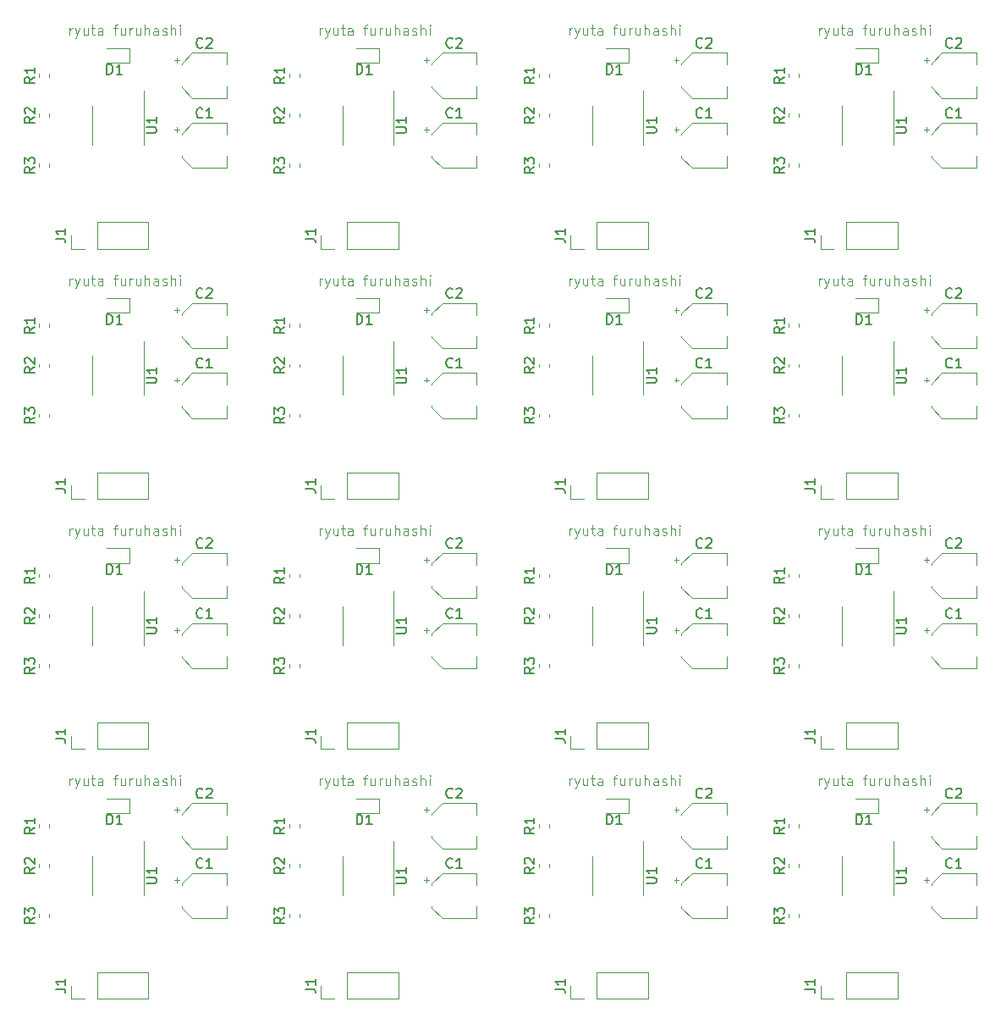
<source format=gto>
G04 #@! TF.GenerationSoftware,KiCad,Pcbnew,(5.1.5)-3*
G04 #@! TF.CreationDate,2021-06-18T08:17:25+09:00*
G04 #@! TF.ProjectId,Ltika,4c74696b-612e-46b6-9963-61645f706362,2*
G04 #@! TF.SameCoordinates,PX43d3480PY8c7ecc0*
G04 #@! TF.FileFunction,Legend,Top*
G04 #@! TF.FilePolarity,Positive*
%FSLAX46Y46*%
G04 Gerber Fmt 4.6, Leading zero omitted, Abs format (unit mm)*
G04 Created by KiCad (PCBNEW (5.1.5)-3) date 2021-06-18 08:17:25*
%MOMM*%
%LPD*%
G04 APERTURE LIST*
%ADD10C,0.100000*%
%ADD11C,0.120000*%
%ADD12C,0.150000*%
G04 APERTURE END LIST*
D10*
X81541190Y98042620D02*
X81541190Y98709286D01*
X81541190Y98518810D02*
X81588809Y98614048D01*
X81636428Y98661667D01*
X81731666Y98709286D01*
X81826904Y98709286D01*
X82065000Y98709286D02*
X82303095Y98042620D01*
X82541190Y98709286D02*
X82303095Y98042620D01*
X82207857Y97804524D01*
X82160238Y97756905D01*
X82065000Y97709286D01*
X83350714Y98709286D02*
X83350714Y98042620D01*
X82922142Y98709286D02*
X82922142Y98185477D01*
X82969761Y98090239D01*
X83065000Y98042620D01*
X83207857Y98042620D01*
X83303095Y98090239D01*
X83350714Y98137858D01*
X83684047Y98709286D02*
X84065000Y98709286D01*
X83826904Y99042620D02*
X83826904Y98185477D01*
X83874523Y98090239D01*
X83969761Y98042620D01*
X84065000Y98042620D01*
X84826904Y98042620D02*
X84826904Y98566429D01*
X84779285Y98661667D01*
X84684047Y98709286D01*
X84493571Y98709286D01*
X84398333Y98661667D01*
X84826904Y98090239D02*
X84731666Y98042620D01*
X84493571Y98042620D01*
X84398333Y98090239D01*
X84350714Y98185477D01*
X84350714Y98280715D01*
X84398333Y98375953D01*
X84493571Y98423572D01*
X84731666Y98423572D01*
X84826904Y98471191D01*
X85922142Y98709286D02*
X86303095Y98709286D01*
X86065000Y98042620D02*
X86065000Y98899762D01*
X86112619Y98995000D01*
X86207857Y99042620D01*
X86303095Y99042620D01*
X87065000Y98709286D02*
X87065000Y98042620D01*
X86636428Y98709286D02*
X86636428Y98185477D01*
X86684047Y98090239D01*
X86779285Y98042620D01*
X86922142Y98042620D01*
X87017380Y98090239D01*
X87065000Y98137858D01*
X87541190Y98042620D02*
X87541190Y98709286D01*
X87541190Y98518810D02*
X87588809Y98614048D01*
X87636428Y98661667D01*
X87731666Y98709286D01*
X87826904Y98709286D01*
X88588809Y98709286D02*
X88588809Y98042620D01*
X88160238Y98709286D02*
X88160238Y98185477D01*
X88207857Y98090239D01*
X88303095Y98042620D01*
X88445952Y98042620D01*
X88541190Y98090239D01*
X88588809Y98137858D01*
X89065000Y98042620D02*
X89065000Y99042620D01*
X89493571Y98042620D02*
X89493571Y98566429D01*
X89445952Y98661667D01*
X89350714Y98709286D01*
X89207857Y98709286D01*
X89112619Y98661667D01*
X89065000Y98614048D01*
X90398333Y98042620D02*
X90398333Y98566429D01*
X90350714Y98661667D01*
X90255476Y98709286D01*
X90065000Y98709286D01*
X89969761Y98661667D01*
X90398333Y98090239D02*
X90303095Y98042620D01*
X90065000Y98042620D01*
X89969761Y98090239D01*
X89922142Y98185477D01*
X89922142Y98280715D01*
X89969761Y98375953D01*
X90065000Y98423572D01*
X90303095Y98423572D01*
X90398333Y98471191D01*
X90826904Y98090239D02*
X90922142Y98042620D01*
X91112619Y98042620D01*
X91207857Y98090239D01*
X91255476Y98185477D01*
X91255476Y98233096D01*
X91207857Y98328334D01*
X91112619Y98375953D01*
X90969761Y98375953D01*
X90874523Y98423572D01*
X90826904Y98518810D01*
X90826904Y98566429D01*
X90874523Y98661667D01*
X90969761Y98709286D01*
X91112619Y98709286D01*
X91207857Y98661667D01*
X91684047Y98042620D02*
X91684047Y99042620D01*
X92112619Y98042620D02*
X92112619Y98566429D01*
X92065000Y98661667D01*
X91969761Y98709286D01*
X91826904Y98709286D01*
X91731666Y98661667D01*
X91684047Y98614048D01*
X92588809Y98042620D02*
X92588809Y98709286D01*
X92588809Y99042620D02*
X92541190Y98995000D01*
X92588809Y98947381D01*
X92636428Y98995000D01*
X92588809Y99042620D01*
X92588809Y98947381D01*
X56541190Y98042620D02*
X56541190Y98709286D01*
X56541190Y98518810D02*
X56588809Y98614048D01*
X56636428Y98661667D01*
X56731666Y98709286D01*
X56826904Y98709286D01*
X57065000Y98709286D02*
X57303095Y98042620D01*
X57541190Y98709286D02*
X57303095Y98042620D01*
X57207857Y97804524D01*
X57160238Y97756905D01*
X57065000Y97709286D01*
X58350714Y98709286D02*
X58350714Y98042620D01*
X57922142Y98709286D02*
X57922142Y98185477D01*
X57969761Y98090239D01*
X58065000Y98042620D01*
X58207857Y98042620D01*
X58303095Y98090239D01*
X58350714Y98137858D01*
X58684047Y98709286D02*
X59065000Y98709286D01*
X58826904Y99042620D02*
X58826904Y98185477D01*
X58874523Y98090239D01*
X58969761Y98042620D01*
X59065000Y98042620D01*
X59826904Y98042620D02*
X59826904Y98566429D01*
X59779285Y98661667D01*
X59684047Y98709286D01*
X59493571Y98709286D01*
X59398333Y98661667D01*
X59826904Y98090239D02*
X59731666Y98042620D01*
X59493571Y98042620D01*
X59398333Y98090239D01*
X59350714Y98185477D01*
X59350714Y98280715D01*
X59398333Y98375953D01*
X59493571Y98423572D01*
X59731666Y98423572D01*
X59826904Y98471191D01*
X60922142Y98709286D02*
X61303095Y98709286D01*
X61065000Y98042620D02*
X61065000Y98899762D01*
X61112619Y98995000D01*
X61207857Y99042620D01*
X61303095Y99042620D01*
X62065000Y98709286D02*
X62065000Y98042620D01*
X61636428Y98709286D02*
X61636428Y98185477D01*
X61684047Y98090239D01*
X61779285Y98042620D01*
X61922142Y98042620D01*
X62017380Y98090239D01*
X62065000Y98137858D01*
X62541190Y98042620D02*
X62541190Y98709286D01*
X62541190Y98518810D02*
X62588809Y98614048D01*
X62636428Y98661667D01*
X62731666Y98709286D01*
X62826904Y98709286D01*
X63588809Y98709286D02*
X63588809Y98042620D01*
X63160238Y98709286D02*
X63160238Y98185477D01*
X63207857Y98090239D01*
X63303095Y98042620D01*
X63445952Y98042620D01*
X63541190Y98090239D01*
X63588809Y98137858D01*
X64065000Y98042620D02*
X64065000Y99042620D01*
X64493571Y98042620D02*
X64493571Y98566429D01*
X64445952Y98661667D01*
X64350714Y98709286D01*
X64207857Y98709286D01*
X64112619Y98661667D01*
X64065000Y98614048D01*
X65398333Y98042620D02*
X65398333Y98566429D01*
X65350714Y98661667D01*
X65255476Y98709286D01*
X65065000Y98709286D01*
X64969761Y98661667D01*
X65398333Y98090239D02*
X65303095Y98042620D01*
X65065000Y98042620D01*
X64969761Y98090239D01*
X64922142Y98185477D01*
X64922142Y98280715D01*
X64969761Y98375953D01*
X65065000Y98423572D01*
X65303095Y98423572D01*
X65398333Y98471191D01*
X65826904Y98090239D02*
X65922142Y98042620D01*
X66112619Y98042620D01*
X66207857Y98090239D01*
X66255476Y98185477D01*
X66255476Y98233096D01*
X66207857Y98328334D01*
X66112619Y98375953D01*
X65969761Y98375953D01*
X65874523Y98423572D01*
X65826904Y98518810D01*
X65826904Y98566429D01*
X65874523Y98661667D01*
X65969761Y98709286D01*
X66112619Y98709286D01*
X66207857Y98661667D01*
X66684047Y98042620D02*
X66684047Y99042620D01*
X67112619Y98042620D02*
X67112619Y98566429D01*
X67065000Y98661667D01*
X66969761Y98709286D01*
X66826904Y98709286D01*
X66731666Y98661667D01*
X66684047Y98614048D01*
X67588809Y98042620D02*
X67588809Y98709286D01*
X67588809Y99042620D02*
X67541190Y98995000D01*
X67588809Y98947381D01*
X67636428Y98995000D01*
X67588809Y99042620D01*
X67588809Y98947381D01*
X31541190Y98042620D02*
X31541190Y98709286D01*
X31541190Y98518810D02*
X31588809Y98614048D01*
X31636428Y98661667D01*
X31731666Y98709286D01*
X31826904Y98709286D01*
X32065000Y98709286D02*
X32303095Y98042620D01*
X32541190Y98709286D02*
X32303095Y98042620D01*
X32207857Y97804524D01*
X32160238Y97756905D01*
X32065000Y97709286D01*
X33350714Y98709286D02*
X33350714Y98042620D01*
X32922142Y98709286D02*
X32922142Y98185477D01*
X32969761Y98090239D01*
X33065000Y98042620D01*
X33207857Y98042620D01*
X33303095Y98090239D01*
X33350714Y98137858D01*
X33684047Y98709286D02*
X34065000Y98709286D01*
X33826904Y99042620D02*
X33826904Y98185477D01*
X33874523Y98090239D01*
X33969761Y98042620D01*
X34065000Y98042620D01*
X34826904Y98042620D02*
X34826904Y98566429D01*
X34779285Y98661667D01*
X34684047Y98709286D01*
X34493571Y98709286D01*
X34398333Y98661667D01*
X34826904Y98090239D02*
X34731666Y98042620D01*
X34493571Y98042620D01*
X34398333Y98090239D01*
X34350714Y98185477D01*
X34350714Y98280715D01*
X34398333Y98375953D01*
X34493571Y98423572D01*
X34731666Y98423572D01*
X34826904Y98471191D01*
X35922142Y98709286D02*
X36303095Y98709286D01*
X36065000Y98042620D02*
X36065000Y98899762D01*
X36112619Y98995000D01*
X36207857Y99042620D01*
X36303095Y99042620D01*
X37065000Y98709286D02*
X37065000Y98042620D01*
X36636428Y98709286D02*
X36636428Y98185477D01*
X36684047Y98090239D01*
X36779285Y98042620D01*
X36922142Y98042620D01*
X37017380Y98090239D01*
X37065000Y98137858D01*
X37541190Y98042620D02*
X37541190Y98709286D01*
X37541190Y98518810D02*
X37588809Y98614048D01*
X37636428Y98661667D01*
X37731666Y98709286D01*
X37826904Y98709286D01*
X38588809Y98709286D02*
X38588809Y98042620D01*
X38160238Y98709286D02*
X38160238Y98185477D01*
X38207857Y98090239D01*
X38303095Y98042620D01*
X38445952Y98042620D01*
X38541190Y98090239D01*
X38588809Y98137858D01*
X39065000Y98042620D02*
X39065000Y99042620D01*
X39493571Y98042620D02*
X39493571Y98566429D01*
X39445952Y98661667D01*
X39350714Y98709286D01*
X39207857Y98709286D01*
X39112619Y98661667D01*
X39065000Y98614048D01*
X40398333Y98042620D02*
X40398333Y98566429D01*
X40350714Y98661667D01*
X40255476Y98709286D01*
X40065000Y98709286D01*
X39969761Y98661667D01*
X40398333Y98090239D02*
X40303095Y98042620D01*
X40065000Y98042620D01*
X39969761Y98090239D01*
X39922142Y98185477D01*
X39922142Y98280715D01*
X39969761Y98375953D01*
X40065000Y98423572D01*
X40303095Y98423572D01*
X40398333Y98471191D01*
X40826904Y98090239D02*
X40922142Y98042620D01*
X41112619Y98042620D01*
X41207857Y98090239D01*
X41255476Y98185477D01*
X41255476Y98233096D01*
X41207857Y98328334D01*
X41112619Y98375953D01*
X40969761Y98375953D01*
X40874523Y98423572D01*
X40826904Y98518810D01*
X40826904Y98566429D01*
X40874523Y98661667D01*
X40969761Y98709286D01*
X41112619Y98709286D01*
X41207857Y98661667D01*
X41684047Y98042620D02*
X41684047Y99042620D01*
X42112619Y98042620D02*
X42112619Y98566429D01*
X42065000Y98661667D01*
X41969761Y98709286D01*
X41826904Y98709286D01*
X41731666Y98661667D01*
X41684047Y98614048D01*
X42588809Y98042620D02*
X42588809Y98709286D01*
X42588809Y99042620D02*
X42541190Y98995000D01*
X42588809Y98947381D01*
X42636428Y98995000D01*
X42588809Y99042620D01*
X42588809Y98947381D01*
X6541190Y98042620D02*
X6541190Y98709286D01*
X6541190Y98518810D02*
X6588809Y98614048D01*
X6636428Y98661667D01*
X6731666Y98709286D01*
X6826904Y98709286D01*
X7065000Y98709286D02*
X7303095Y98042620D01*
X7541190Y98709286D02*
X7303095Y98042620D01*
X7207857Y97804524D01*
X7160238Y97756905D01*
X7065000Y97709286D01*
X8350714Y98709286D02*
X8350714Y98042620D01*
X7922142Y98709286D02*
X7922142Y98185477D01*
X7969761Y98090239D01*
X8065000Y98042620D01*
X8207857Y98042620D01*
X8303095Y98090239D01*
X8350714Y98137858D01*
X8684047Y98709286D02*
X9065000Y98709286D01*
X8826904Y99042620D02*
X8826904Y98185477D01*
X8874523Y98090239D01*
X8969761Y98042620D01*
X9065000Y98042620D01*
X9826904Y98042620D02*
X9826904Y98566429D01*
X9779285Y98661667D01*
X9684047Y98709286D01*
X9493571Y98709286D01*
X9398333Y98661667D01*
X9826904Y98090239D02*
X9731666Y98042620D01*
X9493571Y98042620D01*
X9398333Y98090239D01*
X9350714Y98185477D01*
X9350714Y98280715D01*
X9398333Y98375953D01*
X9493571Y98423572D01*
X9731666Y98423572D01*
X9826904Y98471191D01*
X10922142Y98709286D02*
X11303095Y98709286D01*
X11065000Y98042620D02*
X11065000Y98899762D01*
X11112619Y98995000D01*
X11207857Y99042620D01*
X11303095Y99042620D01*
X12065000Y98709286D02*
X12065000Y98042620D01*
X11636428Y98709286D02*
X11636428Y98185477D01*
X11684047Y98090239D01*
X11779285Y98042620D01*
X11922142Y98042620D01*
X12017380Y98090239D01*
X12065000Y98137858D01*
X12541190Y98042620D02*
X12541190Y98709286D01*
X12541190Y98518810D02*
X12588809Y98614048D01*
X12636428Y98661667D01*
X12731666Y98709286D01*
X12826904Y98709286D01*
X13588809Y98709286D02*
X13588809Y98042620D01*
X13160238Y98709286D02*
X13160238Y98185477D01*
X13207857Y98090239D01*
X13303095Y98042620D01*
X13445952Y98042620D01*
X13541190Y98090239D01*
X13588809Y98137858D01*
X14065000Y98042620D02*
X14065000Y99042620D01*
X14493571Y98042620D02*
X14493571Y98566429D01*
X14445952Y98661667D01*
X14350714Y98709286D01*
X14207857Y98709286D01*
X14112619Y98661667D01*
X14065000Y98614048D01*
X15398333Y98042620D02*
X15398333Y98566429D01*
X15350714Y98661667D01*
X15255476Y98709286D01*
X15065000Y98709286D01*
X14969761Y98661667D01*
X15398333Y98090239D02*
X15303095Y98042620D01*
X15065000Y98042620D01*
X14969761Y98090239D01*
X14922142Y98185477D01*
X14922142Y98280715D01*
X14969761Y98375953D01*
X15065000Y98423572D01*
X15303095Y98423572D01*
X15398333Y98471191D01*
X15826904Y98090239D02*
X15922142Y98042620D01*
X16112619Y98042620D01*
X16207857Y98090239D01*
X16255476Y98185477D01*
X16255476Y98233096D01*
X16207857Y98328334D01*
X16112619Y98375953D01*
X15969761Y98375953D01*
X15874523Y98423572D01*
X15826904Y98518810D01*
X15826904Y98566429D01*
X15874523Y98661667D01*
X15969761Y98709286D01*
X16112619Y98709286D01*
X16207857Y98661667D01*
X16684047Y98042620D02*
X16684047Y99042620D01*
X17112619Y98042620D02*
X17112619Y98566429D01*
X17065000Y98661667D01*
X16969761Y98709286D01*
X16826904Y98709286D01*
X16731666Y98661667D01*
X16684047Y98614048D01*
X17588809Y98042620D02*
X17588809Y98709286D01*
X17588809Y99042620D02*
X17541190Y98995000D01*
X17588809Y98947381D01*
X17636428Y98995000D01*
X17588809Y99042620D01*
X17588809Y98947381D01*
X81541190Y73042620D02*
X81541190Y73709286D01*
X81541190Y73518810D02*
X81588809Y73614048D01*
X81636428Y73661667D01*
X81731666Y73709286D01*
X81826904Y73709286D01*
X82065000Y73709286D02*
X82303095Y73042620D01*
X82541190Y73709286D02*
X82303095Y73042620D01*
X82207857Y72804524D01*
X82160238Y72756905D01*
X82065000Y72709286D01*
X83350714Y73709286D02*
X83350714Y73042620D01*
X82922142Y73709286D02*
X82922142Y73185477D01*
X82969761Y73090239D01*
X83065000Y73042620D01*
X83207857Y73042620D01*
X83303095Y73090239D01*
X83350714Y73137858D01*
X83684047Y73709286D02*
X84065000Y73709286D01*
X83826904Y74042620D02*
X83826904Y73185477D01*
X83874523Y73090239D01*
X83969761Y73042620D01*
X84065000Y73042620D01*
X84826904Y73042620D02*
X84826904Y73566429D01*
X84779285Y73661667D01*
X84684047Y73709286D01*
X84493571Y73709286D01*
X84398333Y73661667D01*
X84826904Y73090239D02*
X84731666Y73042620D01*
X84493571Y73042620D01*
X84398333Y73090239D01*
X84350714Y73185477D01*
X84350714Y73280715D01*
X84398333Y73375953D01*
X84493571Y73423572D01*
X84731666Y73423572D01*
X84826904Y73471191D01*
X85922142Y73709286D02*
X86303095Y73709286D01*
X86065000Y73042620D02*
X86065000Y73899762D01*
X86112619Y73995000D01*
X86207857Y74042620D01*
X86303095Y74042620D01*
X87065000Y73709286D02*
X87065000Y73042620D01*
X86636428Y73709286D02*
X86636428Y73185477D01*
X86684047Y73090239D01*
X86779285Y73042620D01*
X86922142Y73042620D01*
X87017380Y73090239D01*
X87065000Y73137858D01*
X87541190Y73042620D02*
X87541190Y73709286D01*
X87541190Y73518810D02*
X87588809Y73614048D01*
X87636428Y73661667D01*
X87731666Y73709286D01*
X87826904Y73709286D01*
X88588809Y73709286D02*
X88588809Y73042620D01*
X88160238Y73709286D02*
X88160238Y73185477D01*
X88207857Y73090239D01*
X88303095Y73042620D01*
X88445952Y73042620D01*
X88541190Y73090239D01*
X88588809Y73137858D01*
X89065000Y73042620D02*
X89065000Y74042620D01*
X89493571Y73042620D02*
X89493571Y73566429D01*
X89445952Y73661667D01*
X89350714Y73709286D01*
X89207857Y73709286D01*
X89112619Y73661667D01*
X89065000Y73614048D01*
X90398333Y73042620D02*
X90398333Y73566429D01*
X90350714Y73661667D01*
X90255476Y73709286D01*
X90065000Y73709286D01*
X89969761Y73661667D01*
X90398333Y73090239D02*
X90303095Y73042620D01*
X90065000Y73042620D01*
X89969761Y73090239D01*
X89922142Y73185477D01*
X89922142Y73280715D01*
X89969761Y73375953D01*
X90065000Y73423572D01*
X90303095Y73423572D01*
X90398333Y73471191D01*
X90826904Y73090239D02*
X90922142Y73042620D01*
X91112619Y73042620D01*
X91207857Y73090239D01*
X91255476Y73185477D01*
X91255476Y73233096D01*
X91207857Y73328334D01*
X91112619Y73375953D01*
X90969761Y73375953D01*
X90874523Y73423572D01*
X90826904Y73518810D01*
X90826904Y73566429D01*
X90874523Y73661667D01*
X90969761Y73709286D01*
X91112619Y73709286D01*
X91207857Y73661667D01*
X91684047Y73042620D02*
X91684047Y74042620D01*
X92112619Y73042620D02*
X92112619Y73566429D01*
X92065000Y73661667D01*
X91969761Y73709286D01*
X91826904Y73709286D01*
X91731666Y73661667D01*
X91684047Y73614048D01*
X92588809Y73042620D02*
X92588809Y73709286D01*
X92588809Y74042620D02*
X92541190Y73995000D01*
X92588809Y73947381D01*
X92636428Y73995000D01*
X92588809Y74042620D01*
X92588809Y73947381D01*
X56541190Y73042620D02*
X56541190Y73709286D01*
X56541190Y73518810D02*
X56588809Y73614048D01*
X56636428Y73661667D01*
X56731666Y73709286D01*
X56826904Y73709286D01*
X57065000Y73709286D02*
X57303095Y73042620D01*
X57541190Y73709286D02*
X57303095Y73042620D01*
X57207857Y72804524D01*
X57160238Y72756905D01*
X57065000Y72709286D01*
X58350714Y73709286D02*
X58350714Y73042620D01*
X57922142Y73709286D02*
X57922142Y73185477D01*
X57969761Y73090239D01*
X58065000Y73042620D01*
X58207857Y73042620D01*
X58303095Y73090239D01*
X58350714Y73137858D01*
X58684047Y73709286D02*
X59065000Y73709286D01*
X58826904Y74042620D02*
X58826904Y73185477D01*
X58874523Y73090239D01*
X58969761Y73042620D01*
X59065000Y73042620D01*
X59826904Y73042620D02*
X59826904Y73566429D01*
X59779285Y73661667D01*
X59684047Y73709286D01*
X59493571Y73709286D01*
X59398333Y73661667D01*
X59826904Y73090239D02*
X59731666Y73042620D01*
X59493571Y73042620D01*
X59398333Y73090239D01*
X59350714Y73185477D01*
X59350714Y73280715D01*
X59398333Y73375953D01*
X59493571Y73423572D01*
X59731666Y73423572D01*
X59826904Y73471191D01*
X60922142Y73709286D02*
X61303095Y73709286D01*
X61065000Y73042620D02*
X61065000Y73899762D01*
X61112619Y73995000D01*
X61207857Y74042620D01*
X61303095Y74042620D01*
X62065000Y73709286D02*
X62065000Y73042620D01*
X61636428Y73709286D02*
X61636428Y73185477D01*
X61684047Y73090239D01*
X61779285Y73042620D01*
X61922142Y73042620D01*
X62017380Y73090239D01*
X62065000Y73137858D01*
X62541190Y73042620D02*
X62541190Y73709286D01*
X62541190Y73518810D02*
X62588809Y73614048D01*
X62636428Y73661667D01*
X62731666Y73709286D01*
X62826904Y73709286D01*
X63588809Y73709286D02*
X63588809Y73042620D01*
X63160238Y73709286D02*
X63160238Y73185477D01*
X63207857Y73090239D01*
X63303095Y73042620D01*
X63445952Y73042620D01*
X63541190Y73090239D01*
X63588809Y73137858D01*
X64065000Y73042620D02*
X64065000Y74042620D01*
X64493571Y73042620D02*
X64493571Y73566429D01*
X64445952Y73661667D01*
X64350714Y73709286D01*
X64207857Y73709286D01*
X64112619Y73661667D01*
X64065000Y73614048D01*
X65398333Y73042620D02*
X65398333Y73566429D01*
X65350714Y73661667D01*
X65255476Y73709286D01*
X65065000Y73709286D01*
X64969761Y73661667D01*
X65398333Y73090239D02*
X65303095Y73042620D01*
X65065000Y73042620D01*
X64969761Y73090239D01*
X64922142Y73185477D01*
X64922142Y73280715D01*
X64969761Y73375953D01*
X65065000Y73423572D01*
X65303095Y73423572D01*
X65398333Y73471191D01*
X65826904Y73090239D02*
X65922142Y73042620D01*
X66112619Y73042620D01*
X66207857Y73090239D01*
X66255476Y73185477D01*
X66255476Y73233096D01*
X66207857Y73328334D01*
X66112619Y73375953D01*
X65969761Y73375953D01*
X65874523Y73423572D01*
X65826904Y73518810D01*
X65826904Y73566429D01*
X65874523Y73661667D01*
X65969761Y73709286D01*
X66112619Y73709286D01*
X66207857Y73661667D01*
X66684047Y73042620D02*
X66684047Y74042620D01*
X67112619Y73042620D02*
X67112619Y73566429D01*
X67065000Y73661667D01*
X66969761Y73709286D01*
X66826904Y73709286D01*
X66731666Y73661667D01*
X66684047Y73614048D01*
X67588809Y73042620D02*
X67588809Y73709286D01*
X67588809Y74042620D02*
X67541190Y73995000D01*
X67588809Y73947381D01*
X67636428Y73995000D01*
X67588809Y74042620D01*
X67588809Y73947381D01*
X31541190Y73042620D02*
X31541190Y73709286D01*
X31541190Y73518810D02*
X31588809Y73614048D01*
X31636428Y73661667D01*
X31731666Y73709286D01*
X31826904Y73709286D01*
X32065000Y73709286D02*
X32303095Y73042620D01*
X32541190Y73709286D02*
X32303095Y73042620D01*
X32207857Y72804524D01*
X32160238Y72756905D01*
X32065000Y72709286D01*
X33350714Y73709286D02*
X33350714Y73042620D01*
X32922142Y73709286D02*
X32922142Y73185477D01*
X32969761Y73090239D01*
X33065000Y73042620D01*
X33207857Y73042620D01*
X33303095Y73090239D01*
X33350714Y73137858D01*
X33684047Y73709286D02*
X34065000Y73709286D01*
X33826904Y74042620D02*
X33826904Y73185477D01*
X33874523Y73090239D01*
X33969761Y73042620D01*
X34065000Y73042620D01*
X34826904Y73042620D02*
X34826904Y73566429D01*
X34779285Y73661667D01*
X34684047Y73709286D01*
X34493571Y73709286D01*
X34398333Y73661667D01*
X34826904Y73090239D02*
X34731666Y73042620D01*
X34493571Y73042620D01*
X34398333Y73090239D01*
X34350714Y73185477D01*
X34350714Y73280715D01*
X34398333Y73375953D01*
X34493571Y73423572D01*
X34731666Y73423572D01*
X34826904Y73471191D01*
X35922142Y73709286D02*
X36303095Y73709286D01*
X36065000Y73042620D02*
X36065000Y73899762D01*
X36112619Y73995000D01*
X36207857Y74042620D01*
X36303095Y74042620D01*
X37065000Y73709286D02*
X37065000Y73042620D01*
X36636428Y73709286D02*
X36636428Y73185477D01*
X36684047Y73090239D01*
X36779285Y73042620D01*
X36922142Y73042620D01*
X37017380Y73090239D01*
X37065000Y73137858D01*
X37541190Y73042620D02*
X37541190Y73709286D01*
X37541190Y73518810D02*
X37588809Y73614048D01*
X37636428Y73661667D01*
X37731666Y73709286D01*
X37826904Y73709286D01*
X38588809Y73709286D02*
X38588809Y73042620D01*
X38160238Y73709286D02*
X38160238Y73185477D01*
X38207857Y73090239D01*
X38303095Y73042620D01*
X38445952Y73042620D01*
X38541190Y73090239D01*
X38588809Y73137858D01*
X39065000Y73042620D02*
X39065000Y74042620D01*
X39493571Y73042620D02*
X39493571Y73566429D01*
X39445952Y73661667D01*
X39350714Y73709286D01*
X39207857Y73709286D01*
X39112619Y73661667D01*
X39065000Y73614048D01*
X40398333Y73042620D02*
X40398333Y73566429D01*
X40350714Y73661667D01*
X40255476Y73709286D01*
X40065000Y73709286D01*
X39969761Y73661667D01*
X40398333Y73090239D02*
X40303095Y73042620D01*
X40065000Y73042620D01*
X39969761Y73090239D01*
X39922142Y73185477D01*
X39922142Y73280715D01*
X39969761Y73375953D01*
X40065000Y73423572D01*
X40303095Y73423572D01*
X40398333Y73471191D01*
X40826904Y73090239D02*
X40922142Y73042620D01*
X41112619Y73042620D01*
X41207857Y73090239D01*
X41255476Y73185477D01*
X41255476Y73233096D01*
X41207857Y73328334D01*
X41112619Y73375953D01*
X40969761Y73375953D01*
X40874523Y73423572D01*
X40826904Y73518810D01*
X40826904Y73566429D01*
X40874523Y73661667D01*
X40969761Y73709286D01*
X41112619Y73709286D01*
X41207857Y73661667D01*
X41684047Y73042620D02*
X41684047Y74042620D01*
X42112619Y73042620D02*
X42112619Y73566429D01*
X42065000Y73661667D01*
X41969761Y73709286D01*
X41826904Y73709286D01*
X41731666Y73661667D01*
X41684047Y73614048D01*
X42588809Y73042620D02*
X42588809Y73709286D01*
X42588809Y74042620D02*
X42541190Y73995000D01*
X42588809Y73947381D01*
X42636428Y73995000D01*
X42588809Y74042620D01*
X42588809Y73947381D01*
X6541190Y73042620D02*
X6541190Y73709286D01*
X6541190Y73518810D02*
X6588809Y73614048D01*
X6636428Y73661667D01*
X6731666Y73709286D01*
X6826904Y73709286D01*
X7065000Y73709286D02*
X7303095Y73042620D01*
X7541190Y73709286D02*
X7303095Y73042620D01*
X7207857Y72804524D01*
X7160238Y72756905D01*
X7065000Y72709286D01*
X8350714Y73709286D02*
X8350714Y73042620D01*
X7922142Y73709286D02*
X7922142Y73185477D01*
X7969761Y73090239D01*
X8065000Y73042620D01*
X8207857Y73042620D01*
X8303095Y73090239D01*
X8350714Y73137858D01*
X8684047Y73709286D02*
X9065000Y73709286D01*
X8826904Y74042620D02*
X8826904Y73185477D01*
X8874523Y73090239D01*
X8969761Y73042620D01*
X9065000Y73042620D01*
X9826904Y73042620D02*
X9826904Y73566429D01*
X9779285Y73661667D01*
X9684047Y73709286D01*
X9493571Y73709286D01*
X9398333Y73661667D01*
X9826904Y73090239D02*
X9731666Y73042620D01*
X9493571Y73042620D01*
X9398333Y73090239D01*
X9350714Y73185477D01*
X9350714Y73280715D01*
X9398333Y73375953D01*
X9493571Y73423572D01*
X9731666Y73423572D01*
X9826904Y73471191D01*
X10922142Y73709286D02*
X11303095Y73709286D01*
X11065000Y73042620D02*
X11065000Y73899762D01*
X11112619Y73995000D01*
X11207857Y74042620D01*
X11303095Y74042620D01*
X12065000Y73709286D02*
X12065000Y73042620D01*
X11636428Y73709286D02*
X11636428Y73185477D01*
X11684047Y73090239D01*
X11779285Y73042620D01*
X11922142Y73042620D01*
X12017380Y73090239D01*
X12065000Y73137858D01*
X12541190Y73042620D02*
X12541190Y73709286D01*
X12541190Y73518810D02*
X12588809Y73614048D01*
X12636428Y73661667D01*
X12731666Y73709286D01*
X12826904Y73709286D01*
X13588809Y73709286D02*
X13588809Y73042620D01*
X13160238Y73709286D02*
X13160238Y73185477D01*
X13207857Y73090239D01*
X13303095Y73042620D01*
X13445952Y73042620D01*
X13541190Y73090239D01*
X13588809Y73137858D01*
X14065000Y73042620D02*
X14065000Y74042620D01*
X14493571Y73042620D02*
X14493571Y73566429D01*
X14445952Y73661667D01*
X14350714Y73709286D01*
X14207857Y73709286D01*
X14112619Y73661667D01*
X14065000Y73614048D01*
X15398333Y73042620D02*
X15398333Y73566429D01*
X15350714Y73661667D01*
X15255476Y73709286D01*
X15065000Y73709286D01*
X14969761Y73661667D01*
X15398333Y73090239D02*
X15303095Y73042620D01*
X15065000Y73042620D01*
X14969761Y73090239D01*
X14922142Y73185477D01*
X14922142Y73280715D01*
X14969761Y73375953D01*
X15065000Y73423572D01*
X15303095Y73423572D01*
X15398333Y73471191D01*
X15826904Y73090239D02*
X15922142Y73042620D01*
X16112619Y73042620D01*
X16207857Y73090239D01*
X16255476Y73185477D01*
X16255476Y73233096D01*
X16207857Y73328334D01*
X16112619Y73375953D01*
X15969761Y73375953D01*
X15874523Y73423572D01*
X15826904Y73518810D01*
X15826904Y73566429D01*
X15874523Y73661667D01*
X15969761Y73709286D01*
X16112619Y73709286D01*
X16207857Y73661667D01*
X16684047Y73042620D02*
X16684047Y74042620D01*
X17112619Y73042620D02*
X17112619Y73566429D01*
X17065000Y73661667D01*
X16969761Y73709286D01*
X16826904Y73709286D01*
X16731666Y73661667D01*
X16684047Y73614048D01*
X17588809Y73042620D02*
X17588809Y73709286D01*
X17588809Y74042620D02*
X17541190Y73995000D01*
X17588809Y73947381D01*
X17636428Y73995000D01*
X17588809Y74042620D01*
X17588809Y73947381D01*
X81541190Y48042620D02*
X81541190Y48709286D01*
X81541190Y48518810D02*
X81588809Y48614048D01*
X81636428Y48661667D01*
X81731666Y48709286D01*
X81826904Y48709286D01*
X82065000Y48709286D02*
X82303095Y48042620D01*
X82541190Y48709286D02*
X82303095Y48042620D01*
X82207857Y47804524D01*
X82160238Y47756905D01*
X82065000Y47709286D01*
X83350714Y48709286D02*
X83350714Y48042620D01*
X82922142Y48709286D02*
X82922142Y48185477D01*
X82969761Y48090239D01*
X83065000Y48042620D01*
X83207857Y48042620D01*
X83303095Y48090239D01*
X83350714Y48137858D01*
X83684047Y48709286D02*
X84065000Y48709286D01*
X83826904Y49042620D02*
X83826904Y48185477D01*
X83874523Y48090239D01*
X83969761Y48042620D01*
X84065000Y48042620D01*
X84826904Y48042620D02*
X84826904Y48566429D01*
X84779285Y48661667D01*
X84684047Y48709286D01*
X84493571Y48709286D01*
X84398333Y48661667D01*
X84826904Y48090239D02*
X84731666Y48042620D01*
X84493571Y48042620D01*
X84398333Y48090239D01*
X84350714Y48185477D01*
X84350714Y48280715D01*
X84398333Y48375953D01*
X84493571Y48423572D01*
X84731666Y48423572D01*
X84826904Y48471191D01*
X85922142Y48709286D02*
X86303095Y48709286D01*
X86065000Y48042620D02*
X86065000Y48899762D01*
X86112619Y48995000D01*
X86207857Y49042620D01*
X86303095Y49042620D01*
X87065000Y48709286D02*
X87065000Y48042620D01*
X86636428Y48709286D02*
X86636428Y48185477D01*
X86684047Y48090239D01*
X86779285Y48042620D01*
X86922142Y48042620D01*
X87017380Y48090239D01*
X87065000Y48137858D01*
X87541190Y48042620D02*
X87541190Y48709286D01*
X87541190Y48518810D02*
X87588809Y48614048D01*
X87636428Y48661667D01*
X87731666Y48709286D01*
X87826904Y48709286D01*
X88588809Y48709286D02*
X88588809Y48042620D01*
X88160238Y48709286D02*
X88160238Y48185477D01*
X88207857Y48090239D01*
X88303095Y48042620D01*
X88445952Y48042620D01*
X88541190Y48090239D01*
X88588809Y48137858D01*
X89065000Y48042620D02*
X89065000Y49042620D01*
X89493571Y48042620D02*
X89493571Y48566429D01*
X89445952Y48661667D01*
X89350714Y48709286D01*
X89207857Y48709286D01*
X89112619Y48661667D01*
X89065000Y48614048D01*
X90398333Y48042620D02*
X90398333Y48566429D01*
X90350714Y48661667D01*
X90255476Y48709286D01*
X90065000Y48709286D01*
X89969761Y48661667D01*
X90398333Y48090239D02*
X90303095Y48042620D01*
X90065000Y48042620D01*
X89969761Y48090239D01*
X89922142Y48185477D01*
X89922142Y48280715D01*
X89969761Y48375953D01*
X90065000Y48423572D01*
X90303095Y48423572D01*
X90398333Y48471191D01*
X90826904Y48090239D02*
X90922142Y48042620D01*
X91112619Y48042620D01*
X91207857Y48090239D01*
X91255476Y48185477D01*
X91255476Y48233096D01*
X91207857Y48328334D01*
X91112619Y48375953D01*
X90969761Y48375953D01*
X90874523Y48423572D01*
X90826904Y48518810D01*
X90826904Y48566429D01*
X90874523Y48661667D01*
X90969761Y48709286D01*
X91112619Y48709286D01*
X91207857Y48661667D01*
X91684047Y48042620D02*
X91684047Y49042620D01*
X92112619Y48042620D02*
X92112619Y48566429D01*
X92065000Y48661667D01*
X91969761Y48709286D01*
X91826904Y48709286D01*
X91731666Y48661667D01*
X91684047Y48614048D01*
X92588809Y48042620D02*
X92588809Y48709286D01*
X92588809Y49042620D02*
X92541190Y48995000D01*
X92588809Y48947381D01*
X92636428Y48995000D01*
X92588809Y49042620D01*
X92588809Y48947381D01*
X56541190Y48042620D02*
X56541190Y48709286D01*
X56541190Y48518810D02*
X56588809Y48614048D01*
X56636428Y48661667D01*
X56731666Y48709286D01*
X56826904Y48709286D01*
X57065000Y48709286D02*
X57303095Y48042620D01*
X57541190Y48709286D02*
X57303095Y48042620D01*
X57207857Y47804524D01*
X57160238Y47756905D01*
X57065000Y47709286D01*
X58350714Y48709286D02*
X58350714Y48042620D01*
X57922142Y48709286D02*
X57922142Y48185477D01*
X57969761Y48090239D01*
X58065000Y48042620D01*
X58207857Y48042620D01*
X58303095Y48090239D01*
X58350714Y48137858D01*
X58684047Y48709286D02*
X59065000Y48709286D01*
X58826904Y49042620D02*
X58826904Y48185477D01*
X58874523Y48090239D01*
X58969761Y48042620D01*
X59065000Y48042620D01*
X59826904Y48042620D02*
X59826904Y48566429D01*
X59779285Y48661667D01*
X59684047Y48709286D01*
X59493571Y48709286D01*
X59398333Y48661667D01*
X59826904Y48090239D02*
X59731666Y48042620D01*
X59493571Y48042620D01*
X59398333Y48090239D01*
X59350714Y48185477D01*
X59350714Y48280715D01*
X59398333Y48375953D01*
X59493571Y48423572D01*
X59731666Y48423572D01*
X59826904Y48471191D01*
X60922142Y48709286D02*
X61303095Y48709286D01*
X61065000Y48042620D02*
X61065000Y48899762D01*
X61112619Y48995000D01*
X61207857Y49042620D01*
X61303095Y49042620D01*
X62065000Y48709286D02*
X62065000Y48042620D01*
X61636428Y48709286D02*
X61636428Y48185477D01*
X61684047Y48090239D01*
X61779285Y48042620D01*
X61922142Y48042620D01*
X62017380Y48090239D01*
X62065000Y48137858D01*
X62541190Y48042620D02*
X62541190Y48709286D01*
X62541190Y48518810D02*
X62588809Y48614048D01*
X62636428Y48661667D01*
X62731666Y48709286D01*
X62826904Y48709286D01*
X63588809Y48709286D02*
X63588809Y48042620D01*
X63160238Y48709286D02*
X63160238Y48185477D01*
X63207857Y48090239D01*
X63303095Y48042620D01*
X63445952Y48042620D01*
X63541190Y48090239D01*
X63588809Y48137858D01*
X64065000Y48042620D02*
X64065000Y49042620D01*
X64493571Y48042620D02*
X64493571Y48566429D01*
X64445952Y48661667D01*
X64350714Y48709286D01*
X64207857Y48709286D01*
X64112619Y48661667D01*
X64065000Y48614048D01*
X65398333Y48042620D02*
X65398333Y48566429D01*
X65350714Y48661667D01*
X65255476Y48709286D01*
X65065000Y48709286D01*
X64969761Y48661667D01*
X65398333Y48090239D02*
X65303095Y48042620D01*
X65065000Y48042620D01*
X64969761Y48090239D01*
X64922142Y48185477D01*
X64922142Y48280715D01*
X64969761Y48375953D01*
X65065000Y48423572D01*
X65303095Y48423572D01*
X65398333Y48471191D01*
X65826904Y48090239D02*
X65922142Y48042620D01*
X66112619Y48042620D01*
X66207857Y48090239D01*
X66255476Y48185477D01*
X66255476Y48233096D01*
X66207857Y48328334D01*
X66112619Y48375953D01*
X65969761Y48375953D01*
X65874523Y48423572D01*
X65826904Y48518810D01*
X65826904Y48566429D01*
X65874523Y48661667D01*
X65969761Y48709286D01*
X66112619Y48709286D01*
X66207857Y48661667D01*
X66684047Y48042620D02*
X66684047Y49042620D01*
X67112619Y48042620D02*
X67112619Y48566429D01*
X67065000Y48661667D01*
X66969761Y48709286D01*
X66826904Y48709286D01*
X66731666Y48661667D01*
X66684047Y48614048D01*
X67588809Y48042620D02*
X67588809Y48709286D01*
X67588809Y49042620D02*
X67541190Y48995000D01*
X67588809Y48947381D01*
X67636428Y48995000D01*
X67588809Y49042620D01*
X67588809Y48947381D01*
X31541190Y48042620D02*
X31541190Y48709286D01*
X31541190Y48518810D02*
X31588809Y48614048D01*
X31636428Y48661667D01*
X31731666Y48709286D01*
X31826904Y48709286D01*
X32065000Y48709286D02*
X32303095Y48042620D01*
X32541190Y48709286D02*
X32303095Y48042620D01*
X32207857Y47804524D01*
X32160238Y47756905D01*
X32065000Y47709286D01*
X33350714Y48709286D02*
X33350714Y48042620D01*
X32922142Y48709286D02*
X32922142Y48185477D01*
X32969761Y48090239D01*
X33065000Y48042620D01*
X33207857Y48042620D01*
X33303095Y48090239D01*
X33350714Y48137858D01*
X33684047Y48709286D02*
X34065000Y48709286D01*
X33826904Y49042620D02*
X33826904Y48185477D01*
X33874523Y48090239D01*
X33969761Y48042620D01*
X34065000Y48042620D01*
X34826904Y48042620D02*
X34826904Y48566429D01*
X34779285Y48661667D01*
X34684047Y48709286D01*
X34493571Y48709286D01*
X34398333Y48661667D01*
X34826904Y48090239D02*
X34731666Y48042620D01*
X34493571Y48042620D01*
X34398333Y48090239D01*
X34350714Y48185477D01*
X34350714Y48280715D01*
X34398333Y48375953D01*
X34493571Y48423572D01*
X34731666Y48423572D01*
X34826904Y48471191D01*
X35922142Y48709286D02*
X36303095Y48709286D01*
X36065000Y48042620D02*
X36065000Y48899762D01*
X36112619Y48995000D01*
X36207857Y49042620D01*
X36303095Y49042620D01*
X37065000Y48709286D02*
X37065000Y48042620D01*
X36636428Y48709286D02*
X36636428Y48185477D01*
X36684047Y48090239D01*
X36779285Y48042620D01*
X36922142Y48042620D01*
X37017380Y48090239D01*
X37065000Y48137858D01*
X37541190Y48042620D02*
X37541190Y48709286D01*
X37541190Y48518810D02*
X37588809Y48614048D01*
X37636428Y48661667D01*
X37731666Y48709286D01*
X37826904Y48709286D01*
X38588809Y48709286D02*
X38588809Y48042620D01*
X38160238Y48709286D02*
X38160238Y48185477D01*
X38207857Y48090239D01*
X38303095Y48042620D01*
X38445952Y48042620D01*
X38541190Y48090239D01*
X38588809Y48137858D01*
X39065000Y48042620D02*
X39065000Y49042620D01*
X39493571Y48042620D02*
X39493571Y48566429D01*
X39445952Y48661667D01*
X39350714Y48709286D01*
X39207857Y48709286D01*
X39112619Y48661667D01*
X39065000Y48614048D01*
X40398333Y48042620D02*
X40398333Y48566429D01*
X40350714Y48661667D01*
X40255476Y48709286D01*
X40065000Y48709286D01*
X39969761Y48661667D01*
X40398333Y48090239D02*
X40303095Y48042620D01*
X40065000Y48042620D01*
X39969761Y48090239D01*
X39922142Y48185477D01*
X39922142Y48280715D01*
X39969761Y48375953D01*
X40065000Y48423572D01*
X40303095Y48423572D01*
X40398333Y48471191D01*
X40826904Y48090239D02*
X40922142Y48042620D01*
X41112619Y48042620D01*
X41207857Y48090239D01*
X41255476Y48185477D01*
X41255476Y48233096D01*
X41207857Y48328334D01*
X41112619Y48375953D01*
X40969761Y48375953D01*
X40874523Y48423572D01*
X40826904Y48518810D01*
X40826904Y48566429D01*
X40874523Y48661667D01*
X40969761Y48709286D01*
X41112619Y48709286D01*
X41207857Y48661667D01*
X41684047Y48042620D02*
X41684047Y49042620D01*
X42112619Y48042620D02*
X42112619Y48566429D01*
X42065000Y48661667D01*
X41969761Y48709286D01*
X41826904Y48709286D01*
X41731666Y48661667D01*
X41684047Y48614048D01*
X42588809Y48042620D02*
X42588809Y48709286D01*
X42588809Y49042620D02*
X42541190Y48995000D01*
X42588809Y48947381D01*
X42636428Y48995000D01*
X42588809Y49042620D01*
X42588809Y48947381D01*
X6541190Y48042620D02*
X6541190Y48709286D01*
X6541190Y48518810D02*
X6588809Y48614048D01*
X6636428Y48661667D01*
X6731666Y48709286D01*
X6826904Y48709286D01*
X7065000Y48709286D02*
X7303095Y48042620D01*
X7541190Y48709286D02*
X7303095Y48042620D01*
X7207857Y47804524D01*
X7160238Y47756905D01*
X7065000Y47709286D01*
X8350714Y48709286D02*
X8350714Y48042620D01*
X7922142Y48709286D02*
X7922142Y48185477D01*
X7969761Y48090239D01*
X8065000Y48042620D01*
X8207857Y48042620D01*
X8303095Y48090239D01*
X8350714Y48137858D01*
X8684047Y48709286D02*
X9065000Y48709286D01*
X8826904Y49042620D02*
X8826904Y48185477D01*
X8874523Y48090239D01*
X8969761Y48042620D01*
X9065000Y48042620D01*
X9826904Y48042620D02*
X9826904Y48566429D01*
X9779285Y48661667D01*
X9684047Y48709286D01*
X9493571Y48709286D01*
X9398333Y48661667D01*
X9826904Y48090239D02*
X9731666Y48042620D01*
X9493571Y48042620D01*
X9398333Y48090239D01*
X9350714Y48185477D01*
X9350714Y48280715D01*
X9398333Y48375953D01*
X9493571Y48423572D01*
X9731666Y48423572D01*
X9826904Y48471191D01*
X10922142Y48709286D02*
X11303095Y48709286D01*
X11065000Y48042620D02*
X11065000Y48899762D01*
X11112619Y48995000D01*
X11207857Y49042620D01*
X11303095Y49042620D01*
X12065000Y48709286D02*
X12065000Y48042620D01*
X11636428Y48709286D02*
X11636428Y48185477D01*
X11684047Y48090239D01*
X11779285Y48042620D01*
X11922142Y48042620D01*
X12017380Y48090239D01*
X12065000Y48137858D01*
X12541190Y48042620D02*
X12541190Y48709286D01*
X12541190Y48518810D02*
X12588809Y48614048D01*
X12636428Y48661667D01*
X12731666Y48709286D01*
X12826904Y48709286D01*
X13588809Y48709286D02*
X13588809Y48042620D01*
X13160238Y48709286D02*
X13160238Y48185477D01*
X13207857Y48090239D01*
X13303095Y48042620D01*
X13445952Y48042620D01*
X13541190Y48090239D01*
X13588809Y48137858D01*
X14065000Y48042620D02*
X14065000Y49042620D01*
X14493571Y48042620D02*
X14493571Y48566429D01*
X14445952Y48661667D01*
X14350714Y48709286D01*
X14207857Y48709286D01*
X14112619Y48661667D01*
X14065000Y48614048D01*
X15398333Y48042620D02*
X15398333Y48566429D01*
X15350714Y48661667D01*
X15255476Y48709286D01*
X15065000Y48709286D01*
X14969761Y48661667D01*
X15398333Y48090239D02*
X15303095Y48042620D01*
X15065000Y48042620D01*
X14969761Y48090239D01*
X14922142Y48185477D01*
X14922142Y48280715D01*
X14969761Y48375953D01*
X15065000Y48423572D01*
X15303095Y48423572D01*
X15398333Y48471191D01*
X15826904Y48090239D02*
X15922142Y48042620D01*
X16112619Y48042620D01*
X16207857Y48090239D01*
X16255476Y48185477D01*
X16255476Y48233096D01*
X16207857Y48328334D01*
X16112619Y48375953D01*
X15969761Y48375953D01*
X15874523Y48423572D01*
X15826904Y48518810D01*
X15826904Y48566429D01*
X15874523Y48661667D01*
X15969761Y48709286D01*
X16112619Y48709286D01*
X16207857Y48661667D01*
X16684047Y48042620D02*
X16684047Y49042620D01*
X17112619Y48042620D02*
X17112619Y48566429D01*
X17065000Y48661667D01*
X16969761Y48709286D01*
X16826904Y48709286D01*
X16731666Y48661667D01*
X16684047Y48614048D01*
X17588809Y48042620D02*
X17588809Y48709286D01*
X17588809Y49042620D02*
X17541190Y48995000D01*
X17588809Y48947381D01*
X17636428Y48995000D01*
X17588809Y49042620D01*
X17588809Y48947381D01*
X81541190Y23042620D02*
X81541190Y23709286D01*
X81541190Y23518810D02*
X81588809Y23614048D01*
X81636428Y23661667D01*
X81731666Y23709286D01*
X81826904Y23709286D01*
X82065000Y23709286D02*
X82303095Y23042620D01*
X82541190Y23709286D02*
X82303095Y23042620D01*
X82207857Y22804524D01*
X82160238Y22756905D01*
X82065000Y22709286D01*
X83350714Y23709286D02*
X83350714Y23042620D01*
X82922142Y23709286D02*
X82922142Y23185477D01*
X82969761Y23090239D01*
X83065000Y23042620D01*
X83207857Y23042620D01*
X83303095Y23090239D01*
X83350714Y23137858D01*
X83684047Y23709286D02*
X84065000Y23709286D01*
X83826904Y24042620D02*
X83826904Y23185477D01*
X83874523Y23090239D01*
X83969761Y23042620D01*
X84065000Y23042620D01*
X84826904Y23042620D02*
X84826904Y23566429D01*
X84779285Y23661667D01*
X84684047Y23709286D01*
X84493571Y23709286D01*
X84398333Y23661667D01*
X84826904Y23090239D02*
X84731666Y23042620D01*
X84493571Y23042620D01*
X84398333Y23090239D01*
X84350714Y23185477D01*
X84350714Y23280715D01*
X84398333Y23375953D01*
X84493571Y23423572D01*
X84731666Y23423572D01*
X84826904Y23471191D01*
X85922142Y23709286D02*
X86303095Y23709286D01*
X86065000Y23042620D02*
X86065000Y23899762D01*
X86112619Y23995000D01*
X86207857Y24042620D01*
X86303095Y24042620D01*
X87065000Y23709286D02*
X87065000Y23042620D01*
X86636428Y23709286D02*
X86636428Y23185477D01*
X86684047Y23090239D01*
X86779285Y23042620D01*
X86922142Y23042620D01*
X87017380Y23090239D01*
X87065000Y23137858D01*
X87541190Y23042620D02*
X87541190Y23709286D01*
X87541190Y23518810D02*
X87588809Y23614048D01*
X87636428Y23661667D01*
X87731666Y23709286D01*
X87826904Y23709286D01*
X88588809Y23709286D02*
X88588809Y23042620D01*
X88160238Y23709286D02*
X88160238Y23185477D01*
X88207857Y23090239D01*
X88303095Y23042620D01*
X88445952Y23042620D01*
X88541190Y23090239D01*
X88588809Y23137858D01*
X89065000Y23042620D02*
X89065000Y24042620D01*
X89493571Y23042620D02*
X89493571Y23566429D01*
X89445952Y23661667D01*
X89350714Y23709286D01*
X89207857Y23709286D01*
X89112619Y23661667D01*
X89065000Y23614048D01*
X90398333Y23042620D02*
X90398333Y23566429D01*
X90350714Y23661667D01*
X90255476Y23709286D01*
X90065000Y23709286D01*
X89969761Y23661667D01*
X90398333Y23090239D02*
X90303095Y23042620D01*
X90065000Y23042620D01*
X89969761Y23090239D01*
X89922142Y23185477D01*
X89922142Y23280715D01*
X89969761Y23375953D01*
X90065000Y23423572D01*
X90303095Y23423572D01*
X90398333Y23471191D01*
X90826904Y23090239D02*
X90922142Y23042620D01*
X91112619Y23042620D01*
X91207857Y23090239D01*
X91255476Y23185477D01*
X91255476Y23233096D01*
X91207857Y23328334D01*
X91112619Y23375953D01*
X90969761Y23375953D01*
X90874523Y23423572D01*
X90826904Y23518810D01*
X90826904Y23566429D01*
X90874523Y23661667D01*
X90969761Y23709286D01*
X91112619Y23709286D01*
X91207857Y23661667D01*
X91684047Y23042620D02*
X91684047Y24042620D01*
X92112619Y23042620D02*
X92112619Y23566429D01*
X92065000Y23661667D01*
X91969761Y23709286D01*
X91826904Y23709286D01*
X91731666Y23661667D01*
X91684047Y23614048D01*
X92588809Y23042620D02*
X92588809Y23709286D01*
X92588809Y24042620D02*
X92541190Y23995000D01*
X92588809Y23947381D01*
X92636428Y23995000D01*
X92588809Y24042620D01*
X92588809Y23947381D01*
X56541190Y23042620D02*
X56541190Y23709286D01*
X56541190Y23518810D02*
X56588809Y23614048D01*
X56636428Y23661667D01*
X56731666Y23709286D01*
X56826904Y23709286D01*
X57065000Y23709286D02*
X57303095Y23042620D01*
X57541190Y23709286D02*
X57303095Y23042620D01*
X57207857Y22804524D01*
X57160238Y22756905D01*
X57065000Y22709286D01*
X58350714Y23709286D02*
X58350714Y23042620D01*
X57922142Y23709286D02*
X57922142Y23185477D01*
X57969761Y23090239D01*
X58065000Y23042620D01*
X58207857Y23042620D01*
X58303095Y23090239D01*
X58350714Y23137858D01*
X58684047Y23709286D02*
X59065000Y23709286D01*
X58826904Y24042620D02*
X58826904Y23185477D01*
X58874523Y23090239D01*
X58969761Y23042620D01*
X59065000Y23042620D01*
X59826904Y23042620D02*
X59826904Y23566429D01*
X59779285Y23661667D01*
X59684047Y23709286D01*
X59493571Y23709286D01*
X59398333Y23661667D01*
X59826904Y23090239D02*
X59731666Y23042620D01*
X59493571Y23042620D01*
X59398333Y23090239D01*
X59350714Y23185477D01*
X59350714Y23280715D01*
X59398333Y23375953D01*
X59493571Y23423572D01*
X59731666Y23423572D01*
X59826904Y23471191D01*
X60922142Y23709286D02*
X61303095Y23709286D01*
X61065000Y23042620D02*
X61065000Y23899762D01*
X61112619Y23995000D01*
X61207857Y24042620D01*
X61303095Y24042620D01*
X62065000Y23709286D02*
X62065000Y23042620D01*
X61636428Y23709286D02*
X61636428Y23185477D01*
X61684047Y23090239D01*
X61779285Y23042620D01*
X61922142Y23042620D01*
X62017380Y23090239D01*
X62065000Y23137858D01*
X62541190Y23042620D02*
X62541190Y23709286D01*
X62541190Y23518810D02*
X62588809Y23614048D01*
X62636428Y23661667D01*
X62731666Y23709286D01*
X62826904Y23709286D01*
X63588809Y23709286D02*
X63588809Y23042620D01*
X63160238Y23709286D02*
X63160238Y23185477D01*
X63207857Y23090239D01*
X63303095Y23042620D01*
X63445952Y23042620D01*
X63541190Y23090239D01*
X63588809Y23137858D01*
X64065000Y23042620D02*
X64065000Y24042620D01*
X64493571Y23042620D02*
X64493571Y23566429D01*
X64445952Y23661667D01*
X64350714Y23709286D01*
X64207857Y23709286D01*
X64112619Y23661667D01*
X64065000Y23614048D01*
X65398333Y23042620D02*
X65398333Y23566429D01*
X65350714Y23661667D01*
X65255476Y23709286D01*
X65065000Y23709286D01*
X64969761Y23661667D01*
X65398333Y23090239D02*
X65303095Y23042620D01*
X65065000Y23042620D01*
X64969761Y23090239D01*
X64922142Y23185477D01*
X64922142Y23280715D01*
X64969761Y23375953D01*
X65065000Y23423572D01*
X65303095Y23423572D01*
X65398333Y23471191D01*
X65826904Y23090239D02*
X65922142Y23042620D01*
X66112619Y23042620D01*
X66207857Y23090239D01*
X66255476Y23185477D01*
X66255476Y23233096D01*
X66207857Y23328334D01*
X66112619Y23375953D01*
X65969761Y23375953D01*
X65874523Y23423572D01*
X65826904Y23518810D01*
X65826904Y23566429D01*
X65874523Y23661667D01*
X65969761Y23709286D01*
X66112619Y23709286D01*
X66207857Y23661667D01*
X66684047Y23042620D02*
X66684047Y24042620D01*
X67112619Y23042620D02*
X67112619Y23566429D01*
X67065000Y23661667D01*
X66969761Y23709286D01*
X66826904Y23709286D01*
X66731666Y23661667D01*
X66684047Y23614048D01*
X67588809Y23042620D02*
X67588809Y23709286D01*
X67588809Y24042620D02*
X67541190Y23995000D01*
X67588809Y23947381D01*
X67636428Y23995000D01*
X67588809Y24042620D01*
X67588809Y23947381D01*
X31541190Y23042620D02*
X31541190Y23709286D01*
X31541190Y23518810D02*
X31588809Y23614048D01*
X31636428Y23661667D01*
X31731666Y23709286D01*
X31826904Y23709286D01*
X32065000Y23709286D02*
X32303095Y23042620D01*
X32541190Y23709286D02*
X32303095Y23042620D01*
X32207857Y22804524D01*
X32160238Y22756905D01*
X32065000Y22709286D01*
X33350714Y23709286D02*
X33350714Y23042620D01*
X32922142Y23709286D02*
X32922142Y23185477D01*
X32969761Y23090239D01*
X33065000Y23042620D01*
X33207857Y23042620D01*
X33303095Y23090239D01*
X33350714Y23137858D01*
X33684047Y23709286D02*
X34065000Y23709286D01*
X33826904Y24042620D02*
X33826904Y23185477D01*
X33874523Y23090239D01*
X33969761Y23042620D01*
X34065000Y23042620D01*
X34826904Y23042620D02*
X34826904Y23566429D01*
X34779285Y23661667D01*
X34684047Y23709286D01*
X34493571Y23709286D01*
X34398333Y23661667D01*
X34826904Y23090239D02*
X34731666Y23042620D01*
X34493571Y23042620D01*
X34398333Y23090239D01*
X34350714Y23185477D01*
X34350714Y23280715D01*
X34398333Y23375953D01*
X34493571Y23423572D01*
X34731666Y23423572D01*
X34826904Y23471191D01*
X35922142Y23709286D02*
X36303095Y23709286D01*
X36065000Y23042620D02*
X36065000Y23899762D01*
X36112619Y23995000D01*
X36207857Y24042620D01*
X36303095Y24042620D01*
X37065000Y23709286D02*
X37065000Y23042620D01*
X36636428Y23709286D02*
X36636428Y23185477D01*
X36684047Y23090239D01*
X36779285Y23042620D01*
X36922142Y23042620D01*
X37017380Y23090239D01*
X37065000Y23137858D01*
X37541190Y23042620D02*
X37541190Y23709286D01*
X37541190Y23518810D02*
X37588809Y23614048D01*
X37636428Y23661667D01*
X37731666Y23709286D01*
X37826904Y23709286D01*
X38588809Y23709286D02*
X38588809Y23042620D01*
X38160238Y23709286D02*
X38160238Y23185477D01*
X38207857Y23090239D01*
X38303095Y23042620D01*
X38445952Y23042620D01*
X38541190Y23090239D01*
X38588809Y23137858D01*
X39065000Y23042620D02*
X39065000Y24042620D01*
X39493571Y23042620D02*
X39493571Y23566429D01*
X39445952Y23661667D01*
X39350714Y23709286D01*
X39207857Y23709286D01*
X39112619Y23661667D01*
X39065000Y23614048D01*
X40398333Y23042620D02*
X40398333Y23566429D01*
X40350714Y23661667D01*
X40255476Y23709286D01*
X40065000Y23709286D01*
X39969761Y23661667D01*
X40398333Y23090239D02*
X40303095Y23042620D01*
X40065000Y23042620D01*
X39969761Y23090239D01*
X39922142Y23185477D01*
X39922142Y23280715D01*
X39969761Y23375953D01*
X40065000Y23423572D01*
X40303095Y23423572D01*
X40398333Y23471191D01*
X40826904Y23090239D02*
X40922142Y23042620D01*
X41112619Y23042620D01*
X41207857Y23090239D01*
X41255476Y23185477D01*
X41255476Y23233096D01*
X41207857Y23328334D01*
X41112619Y23375953D01*
X40969761Y23375953D01*
X40874523Y23423572D01*
X40826904Y23518810D01*
X40826904Y23566429D01*
X40874523Y23661667D01*
X40969761Y23709286D01*
X41112619Y23709286D01*
X41207857Y23661667D01*
X41684047Y23042620D02*
X41684047Y24042620D01*
X42112619Y23042620D02*
X42112619Y23566429D01*
X42065000Y23661667D01*
X41969761Y23709286D01*
X41826904Y23709286D01*
X41731666Y23661667D01*
X41684047Y23614048D01*
X42588809Y23042620D02*
X42588809Y23709286D01*
X42588809Y24042620D02*
X42541190Y23995000D01*
X42588809Y23947381D01*
X42636428Y23995000D01*
X42588809Y24042620D01*
X42588809Y23947381D01*
X6541190Y23042620D02*
X6541190Y23709286D01*
X6541190Y23518810D02*
X6588809Y23614048D01*
X6636428Y23661667D01*
X6731666Y23709286D01*
X6826904Y23709286D01*
X7065000Y23709286D02*
X7303095Y23042620D01*
X7541190Y23709286D02*
X7303095Y23042620D01*
X7207857Y22804524D01*
X7160238Y22756905D01*
X7065000Y22709286D01*
X8350714Y23709286D02*
X8350714Y23042620D01*
X7922142Y23709286D02*
X7922142Y23185477D01*
X7969761Y23090239D01*
X8065000Y23042620D01*
X8207857Y23042620D01*
X8303095Y23090239D01*
X8350714Y23137858D01*
X8684047Y23709286D02*
X9065000Y23709286D01*
X8826904Y24042620D02*
X8826904Y23185477D01*
X8874523Y23090239D01*
X8969761Y23042620D01*
X9065000Y23042620D01*
X9826904Y23042620D02*
X9826904Y23566429D01*
X9779285Y23661667D01*
X9684047Y23709286D01*
X9493571Y23709286D01*
X9398333Y23661667D01*
X9826904Y23090239D02*
X9731666Y23042620D01*
X9493571Y23042620D01*
X9398333Y23090239D01*
X9350714Y23185477D01*
X9350714Y23280715D01*
X9398333Y23375953D01*
X9493571Y23423572D01*
X9731666Y23423572D01*
X9826904Y23471191D01*
X10922142Y23709286D02*
X11303095Y23709286D01*
X11065000Y23042620D02*
X11065000Y23899762D01*
X11112619Y23995000D01*
X11207857Y24042620D01*
X11303095Y24042620D01*
X12065000Y23709286D02*
X12065000Y23042620D01*
X11636428Y23709286D02*
X11636428Y23185477D01*
X11684047Y23090239D01*
X11779285Y23042620D01*
X11922142Y23042620D01*
X12017380Y23090239D01*
X12065000Y23137858D01*
X12541190Y23042620D02*
X12541190Y23709286D01*
X12541190Y23518810D02*
X12588809Y23614048D01*
X12636428Y23661667D01*
X12731666Y23709286D01*
X12826904Y23709286D01*
X13588809Y23709286D02*
X13588809Y23042620D01*
X13160238Y23709286D02*
X13160238Y23185477D01*
X13207857Y23090239D01*
X13303095Y23042620D01*
X13445952Y23042620D01*
X13541190Y23090239D01*
X13588809Y23137858D01*
X14065000Y23042620D02*
X14065000Y24042620D01*
X14493571Y23042620D02*
X14493571Y23566429D01*
X14445952Y23661667D01*
X14350714Y23709286D01*
X14207857Y23709286D01*
X14112619Y23661667D01*
X14065000Y23614048D01*
X15398333Y23042620D02*
X15398333Y23566429D01*
X15350714Y23661667D01*
X15255476Y23709286D01*
X15065000Y23709286D01*
X14969761Y23661667D01*
X15398333Y23090239D02*
X15303095Y23042620D01*
X15065000Y23042620D01*
X14969761Y23090239D01*
X14922142Y23185477D01*
X14922142Y23280715D01*
X14969761Y23375953D01*
X15065000Y23423572D01*
X15303095Y23423572D01*
X15398333Y23471191D01*
X15826904Y23090239D02*
X15922142Y23042620D01*
X16112619Y23042620D01*
X16207857Y23090239D01*
X16255476Y23185477D01*
X16255476Y23233096D01*
X16207857Y23328334D01*
X16112619Y23375953D01*
X15969761Y23375953D01*
X15874523Y23423572D01*
X15826904Y23518810D01*
X15826904Y23566429D01*
X15874523Y23661667D01*
X15969761Y23709286D01*
X16112619Y23709286D01*
X16207857Y23661667D01*
X16684047Y23042620D02*
X16684047Y24042620D01*
X17112619Y23042620D02*
X17112619Y23566429D01*
X17065000Y23661667D01*
X16969761Y23709286D01*
X16826904Y23709286D01*
X16731666Y23661667D01*
X16684047Y23614048D01*
X17588809Y23042620D02*
X17588809Y23709286D01*
X17588809Y24042620D02*
X17541190Y23995000D01*
X17588809Y23947381D01*
X17636428Y23995000D01*
X17588809Y24042620D01*
X17588809Y23947381D01*
D11*
X79510000Y93837221D02*
X79510000Y94162779D01*
X78490000Y93837221D02*
X78490000Y94162779D01*
X54510000Y93837221D02*
X54510000Y94162779D01*
X53490000Y93837221D02*
X53490000Y94162779D01*
X29510000Y93837221D02*
X29510000Y94162779D01*
X28490000Y93837221D02*
X28490000Y94162779D01*
X4510000Y93837221D02*
X4510000Y94162779D01*
X3490000Y93837221D02*
X3490000Y94162779D01*
X79510000Y68837221D02*
X79510000Y69162779D01*
X78490000Y68837221D02*
X78490000Y69162779D01*
X54510000Y68837221D02*
X54510000Y69162779D01*
X53490000Y68837221D02*
X53490000Y69162779D01*
X29510000Y68837221D02*
X29510000Y69162779D01*
X28490000Y68837221D02*
X28490000Y69162779D01*
X4510000Y68837221D02*
X4510000Y69162779D01*
X3490000Y68837221D02*
X3490000Y69162779D01*
X79510000Y43837221D02*
X79510000Y44162779D01*
X78490000Y43837221D02*
X78490000Y44162779D01*
X54510000Y43837221D02*
X54510000Y44162779D01*
X53490000Y43837221D02*
X53490000Y44162779D01*
X29510000Y43837221D02*
X29510000Y44162779D01*
X28490000Y43837221D02*
X28490000Y44162779D01*
X4510000Y43837221D02*
X4510000Y44162779D01*
X3490000Y43837221D02*
X3490000Y44162779D01*
X79510000Y18837221D02*
X79510000Y19162779D01*
X78490000Y18837221D02*
X78490000Y19162779D01*
X54510000Y18837221D02*
X54510000Y19162779D01*
X53490000Y18837221D02*
X53490000Y19162779D01*
X29510000Y18837221D02*
X29510000Y19162779D01*
X28490000Y18837221D02*
X28490000Y19162779D01*
X97260000Y91740000D02*
X97260000Y92940000D01*
X97260000Y96260000D02*
X97260000Y95060000D01*
X93804437Y96260000D02*
X97260000Y96260000D01*
X93804437Y91740000D02*
X97260000Y91740000D01*
X92740000Y92804437D02*
X92740000Y92940000D01*
X92740000Y95195563D02*
X92740000Y95060000D01*
X92740000Y95195563D02*
X93804437Y96260000D01*
X92740000Y92804437D02*
X93804437Y91740000D01*
X92000000Y95560000D02*
X92500000Y95560000D01*
X92250000Y95810000D02*
X92250000Y95310000D01*
X72260000Y91740000D02*
X72260000Y92940000D01*
X72260000Y96260000D02*
X72260000Y95060000D01*
X68804437Y96260000D02*
X72260000Y96260000D01*
X68804437Y91740000D02*
X72260000Y91740000D01*
X67740000Y92804437D02*
X67740000Y92940000D01*
X67740000Y95195563D02*
X67740000Y95060000D01*
X67740000Y95195563D02*
X68804437Y96260000D01*
X67740000Y92804437D02*
X68804437Y91740000D01*
X67000000Y95560000D02*
X67500000Y95560000D01*
X67250000Y95810000D02*
X67250000Y95310000D01*
X47260000Y91740000D02*
X47260000Y92940000D01*
X47260000Y96260000D02*
X47260000Y95060000D01*
X43804437Y96260000D02*
X47260000Y96260000D01*
X43804437Y91740000D02*
X47260000Y91740000D01*
X42740000Y92804437D02*
X42740000Y92940000D01*
X42740000Y95195563D02*
X42740000Y95060000D01*
X42740000Y95195563D02*
X43804437Y96260000D01*
X42740000Y92804437D02*
X43804437Y91740000D01*
X42000000Y95560000D02*
X42500000Y95560000D01*
X42250000Y95810000D02*
X42250000Y95310000D01*
X22260000Y91740000D02*
X22260000Y92940000D01*
X22260000Y96260000D02*
X22260000Y95060000D01*
X18804437Y96260000D02*
X22260000Y96260000D01*
X18804437Y91740000D02*
X22260000Y91740000D01*
X17740000Y92804437D02*
X17740000Y92940000D01*
X17740000Y95195563D02*
X17740000Y95060000D01*
X17740000Y95195563D02*
X18804437Y96260000D01*
X17740000Y92804437D02*
X18804437Y91740000D01*
X17000000Y95560000D02*
X17500000Y95560000D01*
X17250000Y95810000D02*
X17250000Y95310000D01*
X97260000Y66740000D02*
X97260000Y67940000D01*
X97260000Y71260000D02*
X97260000Y70060000D01*
X93804437Y71260000D02*
X97260000Y71260000D01*
X93804437Y66740000D02*
X97260000Y66740000D01*
X92740000Y67804437D02*
X92740000Y67940000D01*
X92740000Y70195563D02*
X92740000Y70060000D01*
X92740000Y70195563D02*
X93804437Y71260000D01*
X92740000Y67804437D02*
X93804437Y66740000D01*
X92000000Y70560000D02*
X92500000Y70560000D01*
X92250000Y70810000D02*
X92250000Y70310000D01*
X72260000Y66740000D02*
X72260000Y67940000D01*
X72260000Y71260000D02*
X72260000Y70060000D01*
X68804437Y71260000D02*
X72260000Y71260000D01*
X68804437Y66740000D02*
X72260000Y66740000D01*
X67740000Y67804437D02*
X67740000Y67940000D01*
X67740000Y70195563D02*
X67740000Y70060000D01*
X67740000Y70195563D02*
X68804437Y71260000D01*
X67740000Y67804437D02*
X68804437Y66740000D01*
X67000000Y70560000D02*
X67500000Y70560000D01*
X67250000Y70810000D02*
X67250000Y70310000D01*
X47260000Y66740000D02*
X47260000Y67940000D01*
X47260000Y71260000D02*
X47260000Y70060000D01*
X43804437Y71260000D02*
X47260000Y71260000D01*
X43804437Y66740000D02*
X47260000Y66740000D01*
X42740000Y67804437D02*
X42740000Y67940000D01*
X42740000Y70195563D02*
X42740000Y70060000D01*
X42740000Y70195563D02*
X43804437Y71260000D01*
X42740000Y67804437D02*
X43804437Y66740000D01*
X42000000Y70560000D02*
X42500000Y70560000D01*
X42250000Y70810000D02*
X42250000Y70310000D01*
X22260000Y66740000D02*
X22260000Y67940000D01*
X22260000Y71260000D02*
X22260000Y70060000D01*
X18804437Y71260000D02*
X22260000Y71260000D01*
X18804437Y66740000D02*
X22260000Y66740000D01*
X17740000Y67804437D02*
X17740000Y67940000D01*
X17740000Y70195563D02*
X17740000Y70060000D01*
X17740000Y70195563D02*
X18804437Y71260000D01*
X17740000Y67804437D02*
X18804437Y66740000D01*
X17000000Y70560000D02*
X17500000Y70560000D01*
X17250000Y70810000D02*
X17250000Y70310000D01*
X97260000Y41740000D02*
X97260000Y42940000D01*
X97260000Y46260000D02*
X97260000Y45060000D01*
X93804437Y46260000D02*
X97260000Y46260000D01*
X93804437Y41740000D02*
X97260000Y41740000D01*
X92740000Y42804437D02*
X92740000Y42940000D01*
X92740000Y45195563D02*
X92740000Y45060000D01*
X92740000Y45195563D02*
X93804437Y46260000D01*
X92740000Y42804437D02*
X93804437Y41740000D01*
X92000000Y45560000D02*
X92500000Y45560000D01*
X92250000Y45810000D02*
X92250000Y45310000D01*
X72260000Y41740000D02*
X72260000Y42940000D01*
X72260000Y46260000D02*
X72260000Y45060000D01*
X68804437Y46260000D02*
X72260000Y46260000D01*
X68804437Y41740000D02*
X72260000Y41740000D01*
X67740000Y42804437D02*
X67740000Y42940000D01*
X67740000Y45195563D02*
X67740000Y45060000D01*
X67740000Y45195563D02*
X68804437Y46260000D01*
X67740000Y42804437D02*
X68804437Y41740000D01*
X67000000Y45560000D02*
X67500000Y45560000D01*
X67250000Y45810000D02*
X67250000Y45310000D01*
X47260000Y41740000D02*
X47260000Y42940000D01*
X47260000Y46260000D02*
X47260000Y45060000D01*
X43804437Y46260000D02*
X47260000Y46260000D01*
X43804437Y41740000D02*
X47260000Y41740000D01*
X42740000Y42804437D02*
X42740000Y42940000D01*
X42740000Y45195563D02*
X42740000Y45060000D01*
X42740000Y45195563D02*
X43804437Y46260000D01*
X42740000Y42804437D02*
X43804437Y41740000D01*
X42000000Y45560000D02*
X42500000Y45560000D01*
X42250000Y45810000D02*
X42250000Y45310000D01*
X22260000Y41740000D02*
X22260000Y42940000D01*
X22260000Y46260000D02*
X22260000Y45060000D01*
X18804437Y46260000D02*
X22260000Y46260000D01*
X18804437Y41740000D02*
X22260000Y41740000D01*
X17740000Y42804437D02*
X17740000Y42940000D01*
X17740000Y45195563D02*
X17740000Y45060000D01*
X17740000Y45195563D02*
X18804437Y46260000D01*
X17740000Y42804437D02*
X18804437Y41740000D01*
X17000000Y45560000D02*
X17500000Y45560000D01*
X17250000Y45810000D02*
X17250000Y45310000D01*
X97260000Y16740000D02*
X97260000Y17940000D01*
X97260000Y21260000D02*
X97260000Y20060000D01*
X93804437Y21260000D02*
X97260000Y21260000D01*
X93804437Y16740000D02*
X97260000Y16740000D01*
X92740000Y17804437D02*
X92740000Y17940000D01*
X92740000Y20195563D02*
X92740000Y20060000D01*
X92740000Y20195563D02*
X93804437Y21260000D01*
X92740000Y17804437D02*
X93804437Y16740000D01*
X92000000Y20560000D02*
X92500000Y20560000D01*
X92250000Y20810000D02*
X92250000Y20310000D01*
X72260000Y16740000D02*
X72260000Y17940000D01*
X72260000Y21260000D02*
X72260000Y20060000D01*
X68804437Y21260000D02*
X72260000Y21260000D01*
X68804437Y16740000D02*
X72260000Y16740000D01*
X67740000Y17804437D02*
X67740000Y17940000D01*
X67740000Y20195563D02*
X67740000Y20060000D01*
X67740000Y20195563D02*
X68804437Y21260000D01*
X67740000Y17804437D02*
X68804437Y16740000D01*
X67000000Y20560000D02*
X67500000Y20560000D01*
X67250000Y20810000D02*
X67250000Y20310000D01*
X47260000Y16740000D02*
X47260000Y17940000D01*
X47260000Y21260000D02*
X47260000Y20060000D01*
X43804437Y21260000D02*
X47260000Y21260000D01*
X43804437Y16740000D02*
X47260000Y16740000D01*
X42740000Y17804437D02*
X42740000Y17940000D01*
X42740000Y20195563D02*
X42740000Y20060000D01*
X42740000Y20195563D02*
X43804437Y21260000D01*
X42740000Y17804437D02*
X43804437Y16740000D01*
X42000000Y20560000D02*
X42500000Y20560000D01*
X42250000Y20810000D02*
X42250000Y20310000D01*
X88935000Y89000000D02*
X88935000Y92450000D01*
X88935000Y89000000D02*
X88935000Y87050000D01*
X83815000Y89000000D02*
X83815000Y90950000D01*
X83815000Y89000000D02*
X83815000Y87050000D01*
X63935000Y89000000D02*
X63935000Y92450000D01*
X63935000Y89000000D02*
X63935000Y87050000D01*
X58815000Y89000000D02*
X58815000Y90950000D01*
X58815000Y89000000D02*
X58815000Y87050000D01*
X38935000Y89000000D02*
X38935000Y92450000D01*
X38935000Y89000000D02*
X38935000Y87050000D01*
X33815000Y89000000D02*
X33815000Y90950000D01*
X33815000Y89000000D02*
X33815000Y87050000D01*
X13935000Y89000000D02*
X13935000Y92450000D01*
X13935000Y89000000D02*
X13935000Y87050000D01*
X8815000Y89000000D02*
X8815000Y90950000D01*
X8815000Y89000000D02*
X8815000Y87050000D01*
X88935000Y64000000D02*
X88935000Y67450000D01*
X88935000Y64000000D02*
X88935000Y62050000D01*
X83815000Y64000000D02*
X83815000Y65950000D01*
X83815000Y64000000D02*
X83815000Y62050000D01*
X63935000Y64000000D02*
X63935000Y67450000D01*
X63935000Y64000000D02*
X63935000Y62050000D01*
X58815000Y64000000D02*
X58815000Y65950000D01*
X58815000Y64000000D02*
X58815000Y62050000D01*
X38935000Y64000000D02*
X38935000Y67450000D01*
X38935000Y64000000D02*
X38935000Y62050000D01*
X33815000Y64000000D02*
X33815000Y65950000D01*
X33815000Y64000000D02*
X33815000Y62050000D01*
X13935000Y64000000D02*
X13935000Y67450000D01*
X13935000Y64000000D02*
X13935000Y62050000D01*
X8815000Y64000000D02*
X8815000Y65950000D01*
X8815000Y64000000D02*
X8815000Y62050000D01*
X88935000Y39000000D02*
X88935000Y42450000D01*
X88935000Y39000000D02*
X88935000Y37050000D01*
X83815000Y39000000D02*
X83815000Y40950000D01*
X83815000Y39000000D02*
X83815000Y37050000D01*
X63935000Y39000000D02*
X63935000Y42450000D01*
X63935000Y39000000D02*
X63935000Y37050000D01*
X58815000Y39000000D02*
X58815000Y40950000D01*
X58815000Y39000000D02*
X58815000Y37050000D01*
X38935000Y39000000D02*
X38935000Y42450000D01*
X38935000Y39000000D02*
X38935000Y37050000D01*
X33815000Y39000000D02*
X33815000Y40950000D01*
X33815000Y39000000D02*
X33815000Y37050000D01*
X13935000Y39000000D02*
X13935000Y42450000D01*
X13935000Y39000000D02*
X13935000Y37050000D01*
X8815000Y39000000D02*
X8815000Y40950000D01*
X8815000Y39000000D02*
X8815000Y37050000D01*
X88935000Y14000000D02*
X88935000Y17450000D01*
X88935000Y14000000D02*
X88935000Y12050000D01*
X83815000Y14000000D02*
X83815000Y15950000D01*
X83815000Y14000000D02*
X83815000Y12050000D01*
X63935000Y14000000D02*
X63935000Y17450000D01*
X63935000Y14000000D02*
X63935000Y12050000D01*
X58815000Y14000000D02*
X58815000Y15950000D01*
X58815000Y14000000D02*
X58815000Y12050000D01*
X38935000Y14000000D02*
X38935000Y17450000D01*
X38935000Y14000000D02*
X38935000Y12050000D01*
X33815000Y14000000D02*
X33815000Y15950000D01*
X33815000Y14000000D02*
X33815000Y12050000D01*
X79510000Y89837221D02*
X79510000Y90162779D01*
X78490000Y89837221D02*
X78490000Y90162779D01*
X54510000Y89837221D02*
X54510000Y90162779D01*
X53490000Y89837221D02*
X53490000Y90162779D01*
X29510000Y89837221D02*
X29510000Y90162779D01*
X28490000Y89837221D02*
X28490000Y90162779D01*
X4510000Y89837221D02*
X4510000Y90162779D01*
X3490000Y89837221D02*
X3490000Y90162779D01*
X79510000Y64837221D02*
X79510000Y65162779D01*
X78490000Y64837221D02*
X78490000Y65162779D01*
X54510000Y64837221D02*
X54510000Y65162779D01*
X53490000Y64837221D02*
X53490000Y65162779D01*
X29510000Y64837221D02*
X29510000Y65162779D01*
X28490000Y64837221D02*
X28490000Y65162779D01*
X4510000Y64837221D02*
X4510000Y65162779D01*
X3490000Y64837221D02*
X3490000Y65162779D01*
X79510000Y39837221D02*
X79510000Y40162779D01*
X78490000Y39837221D02*
X78490000Y40162779D01*
X54510000Y39837221D02*
X54510000Y40162779D01*
X53490000Y39837221D02*
X53490000Y40162779D01*
X29510000Y39837221D02*
X29510000Y40162779D01*
X28490000Y39837221D02*
X28490000Y40162779D01*
X4510000Y39837221D02*
X4510000Y40162779D01*
X3490000Y39837221D02*
X3490000Y40162779D01*
X79510000Y14837221D02*
X79510000Y15162779D01*
X78490000Y14837221D02*
X78490000Y15162779D01*
X54510000Y14837221D02*
X54510000Y15162779D01*
X53490000Y14837221D02*
X53490000Y15162779D01*
X29510000Y14837221D02*
X29510000Y15162779D01*
X28490000Y14837221D02*
X28490000Y15162779D01*
X92250000Y88810000D02*
X92250000Y88310000D01*
X92000000Y88560000D02*
X92500000Y88560000D01*
X92740000Y85804437D02*
X93804437Y84740000D01*
X92740000Y88195563D02*
X93804437Y89260000D01*
X92740000Y88195563D02*
X92740000Y88060000D01*
X92740000Y85804437D02*
X92740000Y85940000D01*
X93804437Y84740000D02*
X97260000Y84740000D01*
X93804437Y89260000D02*
X97260000Y89260000D01*
X97260000Y89260000D02*
X97260000Y88060000D01*
X97260000Y84740000D02*
X97260000Y85940000D01*
X67250000Y88810000D02*
X67250000Y88310000D01*
X67000000Y88560000D02*
X67500000Y88560000D01*
X67740000Y85804437D02*
X68804437Y84740000D01*
X67740000Y88195563D02*
X68804437Y89260000D01*
X67740000Y88195563D02*
X67740000Y88060000D01*
X67740000Y85804437D02*
X67740000Y85940000D01*
X68804437Y84740000D02*
X72260000Y84740000D01*
X68804437Y89260000D02*
X72260000Y89260000D01*
X72260000Y89260000D02*
X72260000Y88060000D01*
X72260000Y84740000D02*
X72260000Y85940000D01*
X42250000Y88810000D02*
X42250000Y88310000D01*
X42000000Y88560000D02*
X42500000Y88560000D01*
X42740000Y85804437D02*
X43804437Y84740000D01*
X42740000Y88195563D02*
X43804437Y89260000D01*
X42740000Y88195563D02*
X42740000Y88060000D01*
X42740000Y85804437D02*
X42740000Y85940000D01*
X43804437Y84740000D02*
X47260000Y84740000D01*
X43804437Y89260000D02*
X47260000Y89260000D01*
X47260000Y89260000D02*
X47260000Y88060000D01*
X47260000Y84740000D02*
X47260000Y85940000D01*
X17250000Y88810000D02*
X17250000Y88310000D01*
X17000000Y88560000D02*
X17500000Y88560000D01*
X17740000Y85804437D02*
X18804437Y84740000D01*
X17740000Y88195563D02*
X18804437Y89260000D01*
X17740000Y88195563D02*
X17740000Y88060000D01*
X17740000Y85804437D02*
X17740000Y85940000D01*
X18804437Y84740000D02*
X22260000Y84740000D01*
X18804437Y89260000D02*
X22260000Y89260000D01*
X22260000Y89260000D02*
X22260000Y88060000D01*
X22260000Y84740000D02*
X22260000Y85940000D01*
X92250000Y63810000D02*
X92250000Y63310000D01*
X92000000Y63560000D02*
X92500000Y63560000D01*
X92740000Y60804437D02*
X93804437Y59740000D01*
X92740000Y63195563D02*
X93804437Y64260000D01*
X92740000Y63195563D02*
X92740000Y63060000D01*
X92740000Y60804437D02*
X92740000Y60940000D01*
X93804437Y59740000D02*
X97260000Y59740000D01*
X93804437Y64260000D02*
X97260000Y64260000D01*
X97260000Y64260000D02*
X97260000Y63060000D01*
X97260000Y59740000D02*
X97260000Y60940000D01*
X67250000Y63810000D02*
X67250000Y63310000D01*
X67000000Y63560000D02*
X67500000Y63560000D01*
X67740000Y60804437D02*
X68804437Y59740000D01*
X67740000Y63195563D02*
X68804437Y64260000D01*
X67740000Y63195563D02*
X67740000Y63060000D01*
X67740000Y60804437D02*
X67740000Y60940000D01*
X68804437Y59740000D02*
X72260000Y59740000D01*
X68804437Y64260000D02*
X72260000Y64260000D01*
X72260000Y64260000D02*
X72260000Y63060000D01*
X72260000Y59740000D02*
X72260000Y60940000D01*
X42250000Y63810000D02*
X42250000Y63310000D01*
X42000000Y63560000D02*
X42500000Y63560000D01*
X42740000Y60804437D02*
X43804437Y59740000D01*
X42740000Y63195563D02*
X43804437Y64260000D01*
X42740000Y63195563D02*
X42740000Y63060000D01*
X42740000Y60804437D02*
X42740000Y60940000D01*
X43804437Y59740000D02*
X47260000Y59740000D01*
X43804437Y64260000D02*
X47260000Y64260000D01*
X47260000Y64260000D02*
X47260000Y63060000D01*
X47260000Y59740000D02*
X47260000Y60940000D01*
X17250000Y63810000D02*
X17250000Y63310000D01*
X17000000Y63560000D02*
X17500000Y63560000D01*
X17740000Y60804437D02*
X18804437Y59740000D01*
X17740000Y63195563D02*
X18804437Y64260000D01*
X17740000Y63195563D02*
X17740000Y63060000D01*
X17740000Y60804437D02*
X17740000Y60940000D01*
X18804437Y59740000D02*
X22260000Y59740000D01*
X18804437Y64260000D02*
X22260000Y64260000D01*
X22260000Y64260000D02*
X22260000Y63060000D01*
X22260000Y59740000D02*
X22260000Y60940000D01*
X92250000Y38810000D02*
X92250000Y38310000D01*
X92000000Y38560000D02*
X92500000Y38560000D01*
X92740000Y35804437D02*
X93804437Y34740000D01*
X92740000Y38195563D02*
X93804437Y39260000D01*
X92740000Y38195563D02*
X92740000Y38060000D01*
X92740000Y35804437D02*
X92740000Y35940000D01*
X93804437Y34740000D02*
X97260000Y34740000D01*
X93804437Y39260000D02*
X97260000Y39260000D01*
X97260000Y39260000D02*
X97260000Y38060000D01*
X97260000Y34740000D02*
X97260000Y35940000D01*
X67250000Y38810000D02*
X67250000Y38310000D01*
X67000000Y38560000D02*
X67500000Y38560000D01*
X67740000Y35804437D02*
X68804437Y34740000D01*
X67740000Y38195563D02*
X68804437Y39260000D01*
X67740000Y38195563D02*
X67740000Y38060000D01*
X67740000Y35804437D02*
X67740000Y35940000D01*
X68804437Y34740000D02*
X72260000Y34740000D01*
X68804437Y39260000D02*
X72260000Y39260000D01*
X72260000Y39260000D02*
X72260000Y38060000D01*
X72260000Y34740000D02*
X72260000Y35940000D01*
X42250000Y38810000D02*
X42250000Y38310000D01*
X42000000Y38560000D02*
X42500000Y38560000D01*
X42740000Y35804437D02*
X43804437Y34740000D01*
X42740000Y38195563D02*
X43804437Y39260000D01*
X42740000Y38195563D02*
X42740000Y38060000D01*
X42740000Y35804437D02*
X42740000Y35940000D01*
X43804437Y34740000D02*
X47260000Y34740000D01*
X43804437Y39260000D02*
X47260000Y39260000D01*
X47260000Y39260000D02*
X47260000Y38060000D01*
X47260000Y34740000D02*
X47260000Y35940000D01*
X17250000Y38810000D02*
X17250000Y38310000D01*
X17000000Y38560000D02*
X17500000Y38560000D01*
X17740000Y35804437D02*
X18804437Y34740000D01*
X17740000Y38195563D02*
X18804437Y39260000D01*
X17740000Y38195563D02*
X17740000Y38060000D01*
X17740000Y35804437D02*
X17740000Y35940000D01*
X18804437Y34740000D02*
X22260000Y34740000D01*
X18804437Y39260000D02*
X22260000Y39260000D01*
X22260000Y39260000D02*
X22260000Y38060000D01*
X22260000Y34740000D02*
X22260000Y35940000D01*
X92250000Y13810000D02*
X92250000Y13310000D01*
X92000000Y13560000D02*
X92500000Y13560000D01*
X92740000Y10804437D02*
X93804437Y9740000D01*
X92740000Y13195563D02*
X93804437Y14260000D01*
X92740000Y13195563D02*
X92740000Y13060000D01*
X92740000Y10804437D02*
X92740000Y10940000D01*
X93804437Y9740000D02*
X97260000Y9740000D01*
X93804437Y14260000D02*
X97260000Y14260000D01*
X97260000Y14260000D02*
X97260000Y13060000D01*
X97260000Y9740000D02*
X97260000Y10940000D01*
X67250000Y13810000D02*
X67250000Y13310000D01*
X67000000Y13560000D02*
X67500000Y13560000D01*
X67740000Y10804437D02*
X68804437Y9740000D01*
X67740000Y13195563D02*
X68804437Y14260000D01*
X67740000Y13195563D02*
X67740000Y13060000D01*
X67740000Y10804437D02*
X67740000Y10940000D01*
X68804437Y9740000D02*
X72260000Y9740000D01*
X68804437Y14260000D02*
X72260000Y14260000D01*
X72260000Y14260000D02*
X72260000Y13060000D01*
X72260000Y9740000D02*
X72260000Y10940000D01*
X42250000Y13810000D02*
X42250000Y13310000D01*
X42000000Y13560000D02*
X42500000Y13560000D01*
X42740000Y10804437D02*
X43804437Y9740000D01*
X42740000Y13195563D02*
X43804437Y14260000D01*
X42740000Y13195563D02*
X42740000Y13060000D01*
X42740000Y10804437D02*
X42740000Y10940000D01*
X43804437Y9740000D02*
X47260000Y9740000D01*
X43804437Y14260000D02*
X47260000Y14260000D01*
X47260000Y14260000D02*
X47260000Y13060000D01*
X47260000Y9740000D02*
X47260000Y10940000D01*
X78490000Y84837221D02*
X78490000Y85162779D01*
X79510000Y84837221D02*
X79510000Y85162779D01*
X53490000Y84837221D02*
X53490000Y85162779D01*
X54510000Y84837221D02*
X54510000Y85162779D01*
X28490000Y84837221D02*
X28490000Y85162779D01*
X29510000Y84837221D02*
X29510000Y85162779D01*
X3490000Y84837221D02*
X3490000Y85162779D01*
X4510000Y84837221D02*
X4510000Y85162779D01*
X78490000Y59837221D02*
X78490000Y60162779D01*
X79510000Y59837221D02*
X79510000Y60162779D01*
X53490000Y59837221D02*
X53490000Y60162779D01*
X54510000Y59837221D02*
X54510000Y60162779D01*
X28490000Y59837221D02*
X28490000Y60162779D01*
X29510000Y59837221D02*
X29510000Y60162779D01*
X3490000Y59837221D02*
X3490000Y60162779D01*
X4510000Y59837221D02*
X4510000Y60162779D01*
X78490000Y34837221D02*
X78490000Y35162779D01*
X79510000Y34837221D02*
X79510000Y35162779D01*
X53490000Y34837221D02*
X53490000Y35162779D01*
X54510000Y34837221D02*
X54510000Y35162779D01*
X28490000Y34837221D02*
X28490000Y35162779D01*
X29510000Y34837221D02*
X29510000Y35162779D01*
X3490000Y34837221D02*
X3490000Y35162779D01*
X4510000Y34837221D02*
X4510000Y35162779D01*
X78490000Y9837221D02*
X78490000Y10162779D01*
X79510000Y9837221D02*
X79510000Y10162779D01*
X53490000Y9837221D02*
X53490000Y10162779D01*
X54510000Y9837221D02*
X54510000Y10162779D01*
X28490000Y9837221D02*
X28490000Y10162779D01*
X29510000Y9837221D02*
X29510000Y10162779D01*
X81670000Y76670000D02*
X81670000Y78000000D01*
X83000000Y76670000D02*
X81670000Y76670000D01*
X84270000Y76670000D02*
X84270000Y79330000D01*
X84270000Y79330000D02*
X89410000Y79330000D01*
X84270000Y76670000D02*
X89410000Y76670000D01*
X89410000Y76670000D02*
X89410000Y79330000D01*
X56670000Y76670000D02*
X56670000Y78000000D01*
X58000000Y76670000D02*
X56670000Y76670000D01*
X59270000Y76670000D02*
X59270000Y79330000D01*
X59270000Y79330000D02*
X64410000Y79330000D01*
X59270000Y76670000D02*
X64410000Y76670000D01*
X64410000Y76670000D02*
X64410000Y79330000D01*
X31670000Y76670000D02*
X31670000Y78000000D01*
X33000000Y76670000D02*
X31670000Y76670000D01*
X34270000Y76670000D02*
X34270000Y79330000D01*
X34270000Y79330000D02*
X39410000Y79330000D01*
X34270000Y76670000D02*
X39410000Y76670000D01*
X39410000Y76670000D02*
X39410000Y79330000D01*
X6670000Y76670000D02*
X6670000Y78000000D01*
X8000000Y76670000D02*
X6670000Y76670000D01*
X9270000Y76670000D02*
X9270000Y79330000D01*
X9270000Y79330000D02*
X14410000Y79330000D01*
X9270000Y76670000D02*
X14410000Y76670000D01*
X14410000Y76670000D02*
X14410000Y79330000D01*
X81670000Y51670000D02*
X81670000Y53000000D01*
X83000000Y51670000D02*
X81670000Y51670000D01*
X84270000Y51670000D02*
X84270000Y54330000D01*
X84270000Y54330000D02*
X89410000Y54330000D01*
X84270000Y51670000D02*
X89410000Y51670000D01*
X89410000Y51670000D02*
X89410000Y54330000D01*
X56670000Y51670000D02*
X56670000Y53000000D01*
X58000000Y51670000D02*
X56670000Y51670000D01*
X59270000Y51670000D02*
X59270000Y54330000D01*
X59270000Y54330000D02*
X64410000Y54330000D01*
X59270000Y51670000D02*
X64410000Y51670000D01*
X64410000Y51670000D02*
X64410000Y54330000D01*
X31670000Y51670000D02*
X31670000Y53000000D01*
X33000000Y51670000D02*
X31670000Y51670000D01*
X34270000Y51670000D02*
X34270000Y54330000D01*
X34270000Y54330000D02*
X39410000Y54330000D01*
X34270000Y51670000D02*
X39410000Y51670000D01*
X39410000Y51670000D02*
X39410000Y54330000D01*
X6670000Y51670000D02*
X6670000Y53000000D01*
X8000000Y51670000D02*
X6670000Y51670000D01*
X9270000Y51670000D02*
X9270000Y54330000D01*
X9270000Y54330000D02*
X14410000Y54330000D01*
X9270000Y51670000D02*
X14410000Y51670000D01*
X14410000Y51670000D02*
X14410000Y54330000D01*
X81670000Y26670000D02*
X81670000Y28000000D01*
X83000000Y26670000D02*
X81670000Y26670000D01*
X84270000Y26670000D02*
X84270000Y29330000D01*
X84270000Y29330000D02*
X89410000Y29330000D01*
X84270000Y26670000D02*
X89410000Y26670000D01*
X89410000Y26670000D02*
X89410000Y29330000D01*
X56670000Y26670000D02*
X56670000Y28000000D01*
X58000000Y26670000D02*
X56670000Y26670000D01*
X59270000Y26670000D02*
X59270000Y29330000D01*
X59270000Y29330000D02*
X64410000Y29330000D01*
X59270000Y26670000D02*
X64410000Y26670000D01*
X64410000Y26670000D02*
X64410000Y29330000D01*
X31670000Y26670000D02*
X31670000Y28000000D01*
X33000000Y26670000D02*
X31670000Y26670000D01*
X34270000Y26670000D02*
X34270000Y29330000D01*
X34270000Y29330000D02*
X39410000Y29330000D01*
X34270000Y26670000D02*
X39410000Y26670000D01*
X39410000Y26670000D02*
X39410000Y29330000D01*
X6670000Y26670000D02*
X6670000Y28000000D01*
X8000000Y26670000D02*
X6670000Y26670000D01*
X9270000Y26670000D02*
X9270000Y29330000D01*
X9270000Y29330000D02*
X14410000Y29330000D01*
X9270000Y26670000D02*
X14410000Y26670000D01*
X14410000Y26670000D02*
X14410000Y29330000D01*
X81670000Y1670000D02*
X81670000Y3000000D01*
X83000000Y1670000D02*
X81670000Y1670000D01*
X84270000Y1670000D02*
X84270000Y4330000D01*
X84270000Y4330000D02*
X89410000Y4330000D01*
X84270000Y1670000D02*
X89410000Y1670000D01*
X89410000Y1670000D02*
X89410000Y4330000D01*
X56670000Y1670000D02*
X56670000Y3000000D01*
X58000000Y1670000D02*
X56670000Y1670000D01*
X59270000Y1670000D02*
X59270000Y4330000D01*
X59270000Y4330000D02*
X64410000Y4330000D01*
X59270000Y1670000D02*
X64410000Y1670000D01*
X64410000Y1670000D02*
X64410000Y4330000D01*
X31670000Y1670000D02*
X31670000Y3000000D01*
X33000000Y1670000D02*
X31670000Y1670000D01*
X34270000Y1670000D02*
X34270000Y4330000D01*
X34270000Y4330000D02*
X39410000Y4330000D01*
X34270000Y1670000D02*
X39410000Y1670000D01*
X39410000Y1670000D02*
X39410000Y4330000D01*
X87485000Y96735000D02*
X85200000Y96735000D01*
X87485000Y95265000D02*
X87485000Y96735000D01*
X85200000Y95265000D02*
X87485000Y95265000D01*
X62485000Y96735000D02*
X60200000Y96735000D01*
X62485000Y95265000D02*
X62485000Y96735000D01*
X60200000Y95265000D02*
X62485000Y95265000D01*
X37485000Y96735000D02*
X35200000Y96735000D01*
X37485000Y95265000D02*
X37485000Y96735000D01*
X35200000Y95265000D02*
X37485000Y95265000D01*
X12485000Y96735000D02*
X10200000Y96735000D01*
X12485000Y95265000D02*
X12485000Y96735000D01*
X10200000Y95265000D02*
X12485000Y95265000D01*
X87485000Y71735000D02*
X85200000Y71735000D01*
X87485000Y70265000D02*
X87485000Y71735000D01*
X85200000Y70265000D02*
X87485000Y70265000D01*
X62485000Y71735000D02*
X60200000Y71735000D01*
X62485000Y70265000D02*
X62485000Y71735000D01*
X60200000Y70265000D02*
X62485000Y70265000D01*
X37485000Y71735000D02*
X35200000Y71735000D01*
X37485000Y70265000D02*
X37485000Y71735000D01*
X35200000Y70265000D02*
X37485000Y70265000D01*
X12485000Y71735000D02*
X10200000Y71735000D01*
X12485000Y70265000D02*
X12485000Y71735000D01*
X10200000Y70265000D02*
X12485000Y70265000D01*
X87485000Y46735000D02*
X85200000Y46735000D01*
X87485000Y45265000D02*
X87485000Y46735000D01*
X85200000Y45265000D02*
X87485000Y45265000D01*
X62485000Y46735000D02*
X60200000Y46735000D01*
X62485000Y45265000D02*
X62485000Y46735000D01*
X60200000Y45265000D02*
X62485000Y45265000D01*
X37485000Y46735000D02*
X35200000Y46735000D01*
X37485000Y45265000D02*
X37485000Y46735000D01*
X35200000Y45265000D02*
X37485000Y45265000D01*
X12485000Y46735000D02*
X10200000Y46735000D01*
X12485000Y45265000D02*
X12485000Y46735000D01*
X10200000Y45265000D02*
X12485000Y45265000D01*
X87485000Y21735000D02*
X85200000Y21735000D01*
X87485000Y20265000D02*
X87485000Y21735000D01*
X85200000Y20265000D02*
X87485000Y20265000D01*
X62485000Y21735000D02*
X60200000Y21735000D01*
X62485000Y20265000D02*
X62485000Y21735000D01*
X60200000Y20265000D02*
X62485000Y20265000D01*
X37485000Y21735000D02*
X35200000Y21735000D01*
X37485000Y20265000D02*
X37485000Y21735000D01*
X35200000Y20265000D02*
X37485000Y20265000D01*
X22260000Y9740000D02*
X22260000Y10940000D01*
X22260000Y14260000D02*
X22260000Y13060000D01*
X18804437Y14260000D02*
X22260000Y14260000D01*
X18804437Y9740000D02*
X22260000Y9740000D01*
X17740000Y10804437D02*
X17740000Y10940000D01*
X17740000Y13195563D02*
X17740000Y13060000D01*
X17740000Y13195563D02*
X18804437Y14260000D01*
X17740000Y10804437D02*
X18804437Y9740000D01*
X17000000Y13560000D02*
X17500000Y13560000D01*
X17250000Y13810000D02*
X17250000Y13310000D01*
X17250000Y20810000D02*
X17250000Y20310000D01*
X17000000Y20560000D02*
X17500000Y20560000D01*
X17740000Y17804437D02*
X18804437Y16740000D01*
X17740000Y20195563D02*
X18804437Y21260000D01*
X17740000Y20195563D02*
X17740000Y20060000D01*
X17740000Y17804437D02*
X17740000Y17940000D01*
X18804437Y16740000D02*
X22260000Y16740000D01*
X18804437Y21260000D02*
X22260000Y21260000D01*
X22260000Y21260000D02*
X22260000Y20060000D01*
X22260000Y16740000D02*
X22260000Y17940000D01*
X10200000Y20265000D02*
X12485000Y20265000D01*
X12485000Y20265000D02*
X12485000Y21735000D01*
X12485000Y21735000D02*
X10200000Y21735000D01*
X14410000Y1670000D02*
X14410000Y4330000D01*
X9270000Y1670000D02*
X14410000Y1670000D01*
X9270000Y4330000D02*
X14410000Y4330000D01*
X9270000Y1670000D02*
X9270000Y4330000D01*
X8000000Y1670000D02*
X6670000Y1670000D01*
X6670000Y1670000D02*
X6670000Y3000000D01*
X3490000Y18837221D02*
X3490000Y19162779D01*
X4510000Y18837221D02*
X4510000Y19162779D01*
X3490000Y14837221D02*
X3490000Y15162779D01*
X4510000Y14837221D02*
X4510000Y15162779D01*
X4510000Y9837221D02*
X4510000Y10162779D01*
X3490000Y9837221D02*
X3490000Y10162779D01*
X8815000Y14000000D02*
X8815000Y12050000D01*
X8815000Y14000000D02*
X8815000Y15950000D01*
X13935000Y14000000D02*
X13935000Y12050000D01*
X13935000Y14000000D02*
X13935000Y17450000D01*
D12*
X78022380Y93833334D02*
X77546190Y93500000D01*
X78022380Y93261905D02*
X77022380Y93261905D01*
X77022380Y93642858D01*
X77070000Y93738096D01*
X77117619Y93785715D01*
X77212857Y93833334D01*
X77355714Y93833334D01*
X77450952Y93785715D01*
X77498571Y93738096D01*
X77546190Y93642858D01*
X77546190Y93261905D01*
X78022380Y94785715D02*
X78022380Y94214286D01*
X78022380Y94500000D02*
X77022380Y94500000D01*
X77165238Y94404762D01*
X77260476Y94309524D01*
X77308095Y94214286D01*
X53022380Y93833334D02*
X52546190Y93500000D01*
X53022380Y93261905D02*
X52022380Y93261905D01*
X52022380Y93642858D01*
X52070000Y93738096D01*
X52117619Y93785715D01*
X52212857Y93833334D01*
X52355714Y93833334D01*
X52450952Y93785715D01*
X52498571Y93738096D01*
X52546190Y93642858D01*
X52546190Y93261905D01*
X53022380Y94785715D02*
X53022380Y94214286D01*
X53022380Y94500000D02*
X52022380Y94500000D01*
X52165238Y94404762D01*
X52260476Y94309524D01*
X52308095Y94214286D01*
X28022380Y93833334D02*
X27546190Y93500000D01*
X28022380Y93261905D02*
X27022380Y93261905D01*
X27022380Y93642858D01*
X27070000Y93738096D01*
X27117619Y93785715D01*
X27212857Y93833334D01*
X27355714Y93833334D01*
X27450952Y93785715D01*
X27498571Y93738096D01*
X27546190Y93642858D01*
X27546190Y93261905D01*
X28022380Y94785715D02*
X28022380Y94214286D01*
X28022380Y94500000D02*
X27022380Y94500000D01*
X27165238Y94404762D01*
X27260476Y94309524D01*
X27308095Y94214286D01*
X3022380Y93833334D02*
X2546190Y93500000D01*
X3022380Y93261905D02*
X2022380Y93261905D01*
X2022380Y93642858D01*
X2070000Y93738096D01*
X2117619Y93785715D01*
X2212857Y93833334D01*
X2355714Y93833334D01*
X2450952Y93785715D01*
X2498571Y93738096D01*
X2546190Y93642858D01*
X2546190Y93261905D01*
X3022380Y94785715D02*
X3022380Y94214286D01*
X3022380Y94500000D02*
X2022380Y94500000D01*
X2165238Y94404762D01*
X2260476Y94309524D01*
X2308095Y94214286D01*
X78022380Y68833334D02*
X77546190Y68500000D01*
X78022380Y68261905D02*
X77022380Y68261905D01*
X77022380Y68642858D01*
X77070000Y68738096D01*
X77117619Y68785715D01*
X77212857Y68833334D01*
X77355714Y68833334D01*
X77450952Y68785715D01*
X77498571Y68738096D01*
X77546190Y68642858D01*
X77546190Y68261905D01*
X78022380Y69785715D02*
X78022380Y69214286D01*
X78022380Y69500000D02*
X77022380Y69500000D01*
X77165238Y69404762D01*
X77260476Y69309524D01*
X77308095Y69214286D01*
X53022380Y68833334D02*
X52546190Y68500000D01*
X53022380Y68261905D02*
X52022380Y68261905D01*
X52022380Y68642858D01*
X52070000Y68738096D01*
X52117619Y68785715D01*
X52212857Y68833334D01*
X52355714Y68833334D01*
X52450952Y68785715D01*
X52498571Y68738096D01*
X52546190Y68642858D01*
X52546190Y68261905D01*
X53022380Y69785715D02*
X53022380Y69214286D01*
X53022380Y69500000D02*
X52022380Y69500000D01*
X52165238Y69404762D01*
X52260476Y69309524D01*
X52308095Y69214286D01*
X28022380Y68833334D02*
X27546190Y68500000D01*
X28022380Y68261905D02*
X27022380Y68261905D01*
X27022380Y68642858D01*
X27070000Y68738096D01*
X27117619Y68785715D01*
X27212857Y68833334D01*
X27355714Y68833334D01*
X27450952Y68785715D01*
X27498571Y68738096D01*
X27546190Y68642858D01*
X27546190Y68261905D01*
X28022380Y69785715D02*
X28022380Y69214286D01*
X28022380Y69500000D02*
X27022380Y69500000D01*
X27165238Y69404762D01*
X27260476Y69309524D01*
X27308095Y69214286D01*
X3022380Y68833334D02*
X2546190Y68500000D01*
X3022380Y68261905D02*
X2022380Y68261905D01*
X2022380Y68642858D01*
X2070000Y68738096D01*
X2117619Y68785715D01*
X2212857Y68833334D01*
X2355714Y68833334D01*
X2450952Y68785715D01*
X2498571Y68738096D01*
X2546190Y68642858D01*
X2546190Y68261905D01*
X3022380Y69785715D02*
X3022380Y69214286D01*
X3022380Y69500000D02*
X2022380Y69500000D01*
X2165238Y69404762D01*
X2260476Y69309524D01*
X2308095Y69214286D01*
X78022380Y43833334D02*
X77546190Y43500000D01*
X78022380Y43261905D02*
X77022380Y43261905D01*
X77022380Y43642858D01*
X77070000Y43738096D01*
X77117619Y43785715D01*
X77212857Y43833334D01*
X77355714Y43833334D01*
X77450952Y43785715D01*
X77498571Y43738096D01*
X77546190Y43642858D01*
X77546190Y43261905D01*
X78022380Y44785715D02*
X78022380Y44214286D01*
X78022380Y44500000D02*
X77022380Y44500000D01*
X77165238Y44404762D01*
X77260476Y44309524D01*
X77308095Y44214286D01*
X53022380Y43833334D02*
X52546190Y43500000D01*
X53022380Y43261905D02*
X52022380Y43261905D01*
X52022380Y43642858D01*
X52070000Y43738096D01*
X52117619Y43785715D01*
X52212857Y43833334D01*
X52355714Y43833334D01*
X52450952Y43785715D01*
X52498571Y43738096D01*
X52546190Y43642858D01*
X52546190Y43261905D01*
X53022380Y44785715D02*
X53022380Y44214286D01*
X53022380Y44500000D02*
X52022380Y44500000D01*
X52165238Y44404762D01*
X52260476Y44309524D01*
X52308095Y44214286D01*
X28022380Y43833334D02*
X27546190Y43500000D01*
X28022380Y43261905D02*
X27022380Y43261905D01*
X27022380Y43642858D01*
X27070000Y43738096D01*
X27117619Y43785715D01*
X27212857Y43833334D01*
X27355714Y43833334D01*
X27450952Y43785715D01*
X27498571Y43738096D01*
X27546190Y43642858D01*
X27546190Y43261905D01*
X28022380Y44785715D02*
X28022380Y44214286D01*
X28022380Y44500000D02*
X27022380Y44500000D01*
X27165238Y44404762D01*
X27260476Y44309524D01*
X27308095Y44214286D01*
X3022380Y43833334D02*
X2546190Y43500000D01*
X3022380Y43261905D02*
X2022380Y43261905D01*
X2022380Y43642858D01*
X2070000Y43738096D01*
X2117619Y43785715D01*
X2212857Y43833334D01*
X2355714Y43833334D01*
X2450952Y43785715D01*
X2498571Y43738096D01*
X2546190Y43642858D01*
X2546190Y43261905D01*
X3022380Y44785715D02*
X3022380Y44214286D01*
X3022380Y44500000D02*
X2022380Y44500000D01*
X2165238Y44404762D01*
X2260476Y44309524D01*
X2308095Y44214286D01*
X78022380Y18833334D02*
X77546190Y18500000D01*
X78022380Y18261905D02*
X77022380Y18261905D01*
X77022380Y18642858D01*
X77070000Y18738096D01*
X77117619Y18785715D01*
X77212857Y18833334D01*
X77355714Y18833334D01*
X77450952Y18785715D01*
X77498571Y18738096D01*
X77546190Y18642858D01*
X77546190Y18261905D01*
X78022380Y19785715D02*
X78022380Y19214286D01*
X78022380Y19500000D02*
X77022380Y19500000D01*
X77165238Y19404762D01*
X77260476Y19309524D01*
X77308095Y19214286D01*
X53022380Y18833334D02*
X52546190Y18500000D01*
X53022380Y18261905D02*
X52022380Y18261905D01*
X52022380Y18642858D01*
X52070000Y18738096D01*
X52117619Y18785715D01*
X52212857Y18833334D01*
X52355714Y18833334D01*
X52450952Y18785715D01*
X52498571Y18738096D01*
X52546190Y18642858D01*
X52546190Y18261905D01*
X53022380Y19785715D02*
X53022380Y19214286D01*
X53022380Y19500000D02*
X52022380Y19500000D01*
X52165238Y19404762D01*
X52260476Y19309524D01*
X52308095Y19214286D01*
X28022380Y18833334D02*
X27546190Y18500000D01*
X28022380Y18261905D02*
X27022380Y18261905D01*
X27022380Y18642858D01*
X27070000Y18738096D01*
X27117619Y18785715D01*
X27212857Y18833334D01*
X27355714Y18833334D01*
X27450952Y18785715D01*
X27498571Y18738096D01*
X27546190Y18642858D01*
X27546190Y18261905D01*
X28022380Y19785715D02*
X28022380Y19214286D01*
X28022380Y19500000D02*
X27022380Y19500000D01*
X27165238Y19404762D01*
X27260476Y19309524D01*
X27308095Y19214286D01*
X94833333Y96842858D02*
X94785714Y96795239D01*
X94642857Y96747620D01*
X94547619Y96747620D01*
X94404761Y96795239D01*
X94309523Y96890477D01*
X94261904Y96985715D01*
X94214285Y97176191D01*
X94214285Y97319048D01*
X94261904Y97509524D01*
X94309523Y97604762D01*
X94404761Y97700000D01*
X94547619Y97747620D01*
X94642857Y97747620D01*
X94785714Y97700000D01*
X94833333Y97652381D01*
X95214285Y97652381D02*
X95261904Y97700000D01*
X95357142Y97747620D01*
X95595238Y97747620D01*
X95690476Y97700000D01*
X95738095Y97652381D01*
X95785714Y97557143D01*
X95785714Y97461905D01*
X95738095Y97319048D01*
X95166666Y96747620D01*
X95785714Y96747620D01*
X69833333Y96842858D02*
X69785714Y96795239D01*
X69642857Y96747620D01*
X69547619Y96747620D01*
X69404761Y96795239D01*
X69309523Y96890477D01*
X69261904Y96985715D01*
X69214285Y97176191D01*
X69214285Y97319048D01*
X69261904Y97509524D01*
X69309523Y97604762D01*
X69404761Y97700000D01*
X69547619Y97747620D01*
X69642857Y97747620D01*
X69785714Y97700000D01*
X69833333Y97652381D01*
X70214285Y97652381D02*
X70261904Y97700000D01*
X70357142Y97747620D01*
X70595238Y97747620D01*
X70690476Y97700000D01*
X70738095Y97652381D01*
X70785714Y97557143D01*
X70785714Y97461905D01*
X70738095Y97319048D01*
X70166666Y96747620D01*
X70785714Y96747620D01*
X44833333Y96842858D02*
X44785714Y96795239D01*
X44642857Y96747620D01*
X44547619Y96747620D01*
X44404761Y96795239D01*
X44309523Y96890477D01*
X44261904Y96985715D01*
X44214285Y97176191D01*
X44214285Y97319048D01*
X44261904Y97509524D01*
X44309523Y97604762D01*
X44404761Y97700000D01*
X44547619Y97747620D01*
X44642857Y97747620D01*
X44785714Y97700000D01*
X44833333Y97652381D01*
X45214285Y97652381D02*
X45261904Y97700000D01*
X45357142Y97747620D01*
X45595238Y97747620D01*
X45690476Y97700000D01*
X45738095Y97652381D01*
X45785714Y97557143D01*
X45785714Y97461905D01*
X45738095Y97319048D01*
X45166666Y96747620D01*
X45785714Y96747620D01*
X19833333Y96842858D02*
X19785714Y96795239D01*
X19642857Y96747620D01*
X19547619Y96747620D01*
X19404761Y96795239D01*
X19309523Y96890477D01*
X19261904Y96985715D01*
X19214285Y97176191D01*
X19214285Y97319048D01*
X19261904Y97509524D01*
X19309523Y97604762D01*
X19404761Y97700000D01*
X19547619Y97747620D01*
X19642857Y97747620D01*
X19785714Y97700000D01*
X19833333Y97652381D01*
X20214285Y97652381D02*
X20261904Y97700000D01*
X20357142Y97747620D01*
X20595238Y97747620D01*
X20690476Y97700000D01*
X20738095Y97652381D01*
X20785714Y97557143D01*
X20785714Y97461905D01*
X20738095Y97319048D01*
X20166666Y96747620D01*
X20785714Y96747620D01*
X94833333Y71842858D02*
X94785714Y71795239D01*
X94642857Y71747620D01*
X94547619Y71747620D01*
X94404761Y71795239D01*
X94309523Y71890477D01*
X94261904Y71985715D01*
X94214285Y72176191D01*
X94214285Y72319048D01*
X94261904Y72509524D01*
X94309523Y72604762D01*
X94404761Y72700000D01*
X94547619Y72747620D01*
X94642857Y72747620D01*
X94785714Y72700000D01*
X94833333Y72652381D01*
X95214285Y72652381D02*
X95261904Y72700000D01*
X95357142Y72747620D01*
X95595238Y72747620D01*
X95690476Y72700000D01*
X95738095Y72652381D01*
X95785714Y72557143D01*
X95785714Y72461905D01*
X95738095Y72319048D01*
X95166666Y71747620D01*
X95785714Y71747620D01*
X69833333Y71842858D02*
X69785714Y71795239D01*
X69642857Y71747620D01*
X69547619Y71747620D01*
X69404761Y71795239D01*
X69309523Y71890477D01*
X69261904Y71985715D01*
X69214285Y72176191D01*
X69214285Y72319048D01*
X69261904Y72509524D01*
X69309523Y72604762D01*
X69404761Y72700000D01*
X69547619Y72747620D01*
X69642857Y72747620D01*
X69785714Y72700000D01*
X69833333Y72652381D01*
X70214285Y72652381D02*
X70261904Y72700000D01*
X70357142Y72747620D01*
X70595238Y72747620D01*
X70690476Y72700000D01*
X70738095Y72652381D01*
X70785714Y72557143D01*
X70785714Y72461905D01*
X70738095Y72319048D01*
X70166666Y71747620D01*
X70785714Y71747620D01*
X44833333Y71842858D02*
X44785714Y71795239D01*
X44642857Y71747620D01*
X44547619Y71747620D01*
X44404761Y71795239D01*
X44309523Y71890477D01*
X44261904Y71985715D01*
X44214285Y72176191D01*
X44214285Y72319048D01*
X44261904Y72509524D01*
X44309523Y72604762D01*
X44404761Y72700000D01*
X44547619Y72747620D01*
X44642857Y72747620D01*
X44785714Y72700000D01*
X44833333Y72652381D01*
X45214285Y72652381D02*
X45261904Y72700000D01*
X45357142Y72747620D01*
X45595238Y72747620D01*
X45690476Y72700000D01*
X45738095Y72652381D01*
X45785714Y72557143D01*
X45785714Y72461905D01*
X45738095Y72319048D01*
X45166666Y71747620D01*
X45785714Y71747620D01*
X19833333Y71842858D02*
X19785714Y71795239D01*
X19642857Y71747620D01*
X19547619Y71747620D01*
X19404761Y71795239D01*
X19309523Y71890477D01*
X19261904Y71985715D01*
X19214285Y72176191D01*
X19214285Y72319048D01*
X19261904Y72509524D01*
X19309523Y72604762D01*
X19404761Y72700000D01*
X19547619Y72747620D01*
X19642857Y72747620D01*
X19785714Y72700000D01*
X19833333Y72652381D01*
X20214285Y72652381D02*
X20261904Y72700000D01*
X20357142Y72747620D01*
X20595238Y72747620D01*
X20690476Y72700000D01*
X20738095Y72652381D01*
X20785714Y72557143D01*
X20785714Y72461905D01*
X20738095Y72319048D01*
X20166666Y71747620D01*
X20785714Y71747620D01*
X94833333Y46842858D02*
X94785714Y46795239D01*
X94642857Y46747620D01*
X94547619Y46747620D01*
X94404761Y46795239D01*
X94309523Y46890477D01*
X94261904Y46985715D01*
X94214285Y47176191D01*
X94214285Y47319048D01*
X94261904Y47509524D01*
X94309523Y47604762D01*
X94404761Y47700000D01*
X94547619Y47747620D01*
X94642857Y47747620D01*
X94785714Y47700000D01*
X94833333Y47652381D01*
X95214285Y47652381D02*
X95261904Y47700000D01*
X95357142Y47747620D01*
X95595238Y47747620D01*
X95690476Y47700000D01*
X95738095Y47652381D01*
X95785714Y47557143D01*
X95785714Y47461905D01*
X95738095Y47319048D01*
X95166666Y46747620D01*
X95785714Y46747620D01*
X69833333Y46842858D02*
X69785714Y46795239D01*
X69642857Y46747620D01*
X69547619Y46747620D01*
X69404761Y46795239D01*
X69309523Y46890477D01*
X69261904Y46985715D01*
X69214285Y47176191D01*
X69214285Y47319048D01*
X69261904Y47509524D01*
X69309523Y47604762D01*
X69404761Y47700000D01*
X69547619Y47747620D01*
X69642857Y47747620D01*
X69785714Y47700000D01*
X69833333Y47652381D01*
X70214285Y47652381D02*
X70261904Y47700000D01*
X70357142Y47747620D01*
X70595238Y47747620D01*
X70690476Y47700000D01*
X70738095Y47652381D01*
X70785714Y47557143D01*
X70785714Y47461905D01*
X70738095Y47319048D01*
X70166666Y46747620D01*
X70785714Y46747620D01*
X44833333Y46842858D02*
X44785714Y46795239D01*
X44642857Y46747620D01*
X44547619Y46747620D01*
X44404761Y46795239D01*
X44309523Y46890477D01*
X44261904Y46985715D01*
X44214285Y47176191D01*
X44214285Y47319048D01*
X44261904Y47509524D01*
X44309523Y47604762D01*
X44404761Y47700000D01*
X44547619Y47747620D01*
X44642857Y47747620D01*
X44785714Y47700000D01*
X44833333Y47652381D01*
X45214285Y47652381D02*
X45261904Y47700000D01*
X45357142Y47747620D01*
X45595238Y47747620D01*
X45690476Y47700000D01*
X45738095Y47652381D01*
X45785714Y47557143D01*
X45785714Y47461905D01*
X45738095Y47319048D01*
X45166666Y46747620D01*
X45785714Y46747620D01*
X19833333Y46842858D02*
X19785714Y46795239D01*
X19642857Y46747620D01*
X19547619Y46747620D01*
X19404761Y46795239D01*
X19309523Y46890477D01*
X19261904Y46985715D01*
X19214285Y47176191D01*
X19214285Y47319048D01*
X19261904Y47509524D01*
X19309523Y47604762D01*
X19404761Y47700000D01*
X19547619Y47747620D01*
X19642857Y47747620D01*
X19785714Y47700000D01*
X19833333Y47652381D01*
X20214285Y47652381D02*
X20261904Y47700000D01*
X20357142Y47747620D01*
X20595238Y47747620D01*
X20690476Y47700000D01*
X20738095Y47652381D01*
X20785714Y47557143D01*
X20785714Y47461905D01*
X20738095Y47319048D01*
X20166666Y46747620D01*
X20785714Y46747620D01*
X94833333Y21842858D02*
X94785714Y21795239D01*
X94642857Y21747620D01*
X94547619Y21747620D01*
X94404761Y21795239D01*
X94309523Y21890477D01*
X94261904Y21985715D01*
X94214285Y22176191D01*
X94214285Y22319048D01*
X94261904Y22509524D01*
X94309523Y22604762D01*
X94404761Y22700000D01*
X94547619Y22747620D01*
X94642857Y22747620D01*
X94785714Y22700000D01*
X94833333Y22652381D01*
X95214285Y22652381D02*
X95261904Y22700000D01*
X95357142Y22747620D01*
X95595238Y22747620D01*
X95690476Y22700000D01*
X95738095Y22652381D01*
X95785714Y22557143D01*
X95785714Y22461905D01*
X95738095Y22319048D01*
X95166666Y21747620D01*
X95785714Y21747620D01*
X69833333Y21842858D02*
X69785714Y21795239D01*
X69642857Y21747620D01*
X69547619Y21747620D01*
X69404761Y21795239D01*
X69309523Y21890477D01*
X69261904Y21985715D01*
X69214285Y22176191D01*
X69214285Y22319048D01*
X69261904Y22509524D01*
X69309523Y22604762D01*
X69404761Y22700000D01*
X69547619Y22747620D01*
X69642857Y22747620D01*
X69785714Y22700000D01*
X69833333Y22652381D01*
X70214285Y22652381D02*
X70261904Y22700000D01*
X70357142Y22747620D01*
X70595238Y22747620D01*
X70690476Y22700000D01*
X70738095Y22652381D01*
X70785714Y22557143D01*
X70785714Y22461905D01*
X70738095Y22319048D01*
X70166666Y21747620D01*
X70785714Y21747620D01*
X44833333Y21842858D02*
X44785714Y21795239D01*
X44642857Y21747620D01*
X44547619Y21747620D01*
X44404761Y21795239D01*
X44309523Y21890477D01*
X44261904Y21985715D01*
X44214285Y22176191D01*
X44214285Y22319048D01*
X44261904Y22509524D01*
X44309523Y22604762D01*
X44404761Y22700000D01*
X44547619Y22747620D01*
X44642857Y22747620D01*
X44785714Y22700000D01*
X44833333Y22652381D01*
X45214285Y22652381D02*
X45261904Y22700000D01*
X45357142Y22747620D01*
X45595238Y22747620D01*
X45690476Y22700000D01*
X45738095Y22652381D01*
X45785714Y22557143D01*
X45785714Y22461905D01*
X45738095Y22319048D01*
X45166666Y21747620D01*
X45785714Y21747620D01*
X89227380Y88238096D02*
X90036904Y88238096D01*
X90132142Y88285715D01*
X90179761Y88333334D01*
X90227380Y88428572D01*
X90227380Y88619048D01*
X90179761Y88714286D01*
X90132142Y88761905D01*
X90036904Y88809524D01*
X89227380Y88809524D01*
X90227380Y89809524D02*
X90227380Y89238096D01*
X90227380Y89523810D02*
X89227380Y89523810D01*
X89370238Y89428572D01*
X89465476Y89333334D01*
X89513095Y89238096D01*
X64227380Y88238096D02*
X65036904Y88238096D01*
X65132142Y88285715D01*
X65179761Y88333334D01*
X65227380Y88428572D01*
X65227380Y88619048D01*
X65179761Y88714286D01*
X65132142Y88761905D01*
X65036904Y88809524D01*
X64227380Y88809524D01*
X65227380Y89809524D02*
X65227380Y89238096D01*
X65227380Y89523810D02*
X64227380Y89523810D01*
X64370238Y89428572D01*
X64465476Y89333334D01*
X64513095Y89238096D01*
X39227380Y88238096D02*
X40036904Y88238096D01*
X40132142Y88285715D01*
X40179761Y88333334D01*
X40227380Y88428572D01*
X40227380Y88619048D01*
X40179761Y88714286D01*
X40132142Y88761905D01*
X40036904Y88809524D01*
X39227380Y88809524D01*
X40227380Y89809524D02*
X40227380Y89238096D01*
X40227380Y89523810D02*
X39227380Y89523810D01*
X39370238Y89428572D01*
X39465476Y89333334D01*
X39513095Y89238096D01*
X14227380Y88238096D02*
X15036904Y88238096D01*
X15132142Y88285715D01*
X15179761Y88333334D01*
X15227380Y88428572D01*
X15227380Y88619048D01*
X15179761Y88714286D01*
X15132142Y88761905D01*
X15036904Y88809524D01*
X14227380Y88809524D01*
X15227380Y89809524D02*
X15227380Y89238096D01*
X15227380Y89523810D02*
X14227380Y89523810D01*
X14370238Y89428572D01*
X14465476Y89333334D01*
X14513095Y89238096D01*
X89227380Y63238096D02*
X90036904Y63238096D01*
X90132142Y63285715D01*
X90179761Y63333334D01*
X90227380Y63428572D01*
X90227380Y63619048D01*
X90179761Y63714286D01*
X90132142Y63761905D01*
X90036904Y63809524D01*
X89227380Y63809524D01*
X90227380Y64809524D02*
X90227380Y64238096D01*
X90227380Y64523810D02*
X89227380Y64523810D01*
X89370238Y64428572D01*
X89465476Y64333334D01*
X89513095Y64238096D01*
X64227380Y63238096D02*
X65036904Y63238096D01*
X65132142Y63285715D01*
X65179761Y63333334D01*
X65227380Y63428572D01*
X65227380Y63619048D01*
X65179761Y63714286D01*
X65132142Y63761905D01*
X65036904Y63809524D01*
X64227380Y63809524D01*
X65227380Y64809524D02*
X65227380Y64238096D01*
X65227380Y64523810D02*
X64227380Y64523810D01*
X64370238Y64428572D01*
X64465476Y64333334D01*
X64513095Y64238096D01*
X39227380Y63238096D02*
X40036904Y63238096D01*
X40132142Y63285715D01*
X40179761Y63333334D01*
X40227380Y63428572D01*
X40227380Y63619048D01*
X40179761Y63714286D01*
X40132142Y63761905D01*
X40036904Y63809524D01*
X39227380Y63809524D01*
X40227380Y64809524D02*
X40227380Y64238096D01*
X40227380Y64523810D02*
X39227380Y64523810D01*
X39370238Y64428572D01*
X39465476Y64333334D01*
X39513095Y64238096D01*
X14227380Y63238096D02*
X15036904Y63238096D01*
X15132142Y63285715D01*
X15179761Y63333334D01*
X15227380Y63428572D01*
X15227380Y63619048D01*
X15179761Y63714286D01*
X15132142Y63761905D01*
X15036904Y63809524D01*
X14227380Y63809524D01*
X15227380Y64809524D02*
X15227380Y64238096D01*
X15227380Y64523810D02*
X14227380Y64523810D01*
X14370238Y64428572D01*
X14465476Y64333334D01*
X14513095Y64238096D01*
X89227380Y38238096D02*
X90036904Y38238096D01*
X90132142Y38285715D01*
X90179761Y38333334D01*
X90227380Y38428572D01*
X90227380Y38619048D01*
X90179761Y38714286D01*
X90132142Y38761905D01*
X90036904Y38809524D01*
X89227380Y38809524D01*
X90227380Y39809524D02*
X90227380Y39238096D01*
X90227380Y39523810D02*
X89227380Y39523810D01*
X89370238Y39428572D01*
X89465476Y39333334D01*
X89513095Y39238096D01*
X64227380Y38238096D02*
X65036904Y38238096D01*
X65132142Y38285715D01*
X65179761Y38333334D01*
X65227380Y38428572D01*
X65227380Y38619048D01*
X65179761Y38714286D01*
X65132142Y38761905D01*
X65036904Y38809524D01*
X64227380Y38809524D01*
X65227380Y39809524D02*
X65227380Y39238096D01*
X65227380Y39523810D02*
X64227380Y39523810D01*
X64370238Y39428572D01*
X64465476Y39333334D01*
X64513095Y39238096D01*
X39227380Y38238096D02*
X40036904Y38238096D01*
X40132142Y38285715D01*
X40179761Y38333334D01*
X40227380Y38428572D01*
X40227380Y38619048D01*
X40179761Y38714286D01*
X40132142Y38761905D01*
X40036904Y38809524D01*
X39227380Y38809524D01*
X40227380Y39809524D02*
X40227380Y39238096D01*
X40227380Y39523810D02*
X39227380Y39523810D01*
X39370238Y39428572D01*
X39465476Y39333334D01*
X39513095Y39238096D01*
X14227380Y38238096D02*
X15036904Y38238096D01*
X15132142Y38285715D01*
X15179761Y38333334D01*
X15227380Y38428572D01*
X15227380Y38619048D01*
X15179761Y38714286D01*
X15132142Y38761905D01*
X15036904Y38809524D01*
X14227380Y38809524D01*
X15227380Y39809524D02*
X15227380Y39238096D01*
X15227380Y39523810D02*
X14227380Y39523810D01*
X14370238Y39428572D01*
X14465476Y39333334D01*
X14513095Y39238096D01*
X89227380Y13238096D02*
X90036904Y13238096D01*
X90132142Y13285715D01*
X90179761Y13333334D01*
X90227380Y13428572D01*
X90227380Y13619048D01*
X90179761Y13714286D01*
X90132142Y13761905D01*
X90036904Y13809524D01*
X89227380Y13809524D01*
X90227380Y14809524D02*
X90227380Y14238096D01*
X90227380Y14523810D02*
X89227380Y14523810D01*
X89370238Y14428572D01*
X89465476Y14333334D01*
X89513095Y14238096D01*
X64227380Y13238096D02*
X65036904Y13238096D01*
X65132142Y13285715D01*
X65179761Y13333334D01*
X65227380Y13428572D01*
X65227380Y13619048D01*
X65179761Y13714286D01*
X65132142Y13761905D01*
X65036904Y13809524D01*
X64227380Y13809524D01*
X65227380Y14809524D02*
X65227380Y14238096D01*
X65227380Y14523810D02*
X64227380Y14523810D01*
X64370238Y14428572D01*
X64465476Y14333334D01*
X64513095Y14238096D01*
X39227380Y13238096D02*
X40036904Y13238096D01*
X40132142Y13285715D01*
X40179761Y13333334D01*
X40227380Y13428572D01*
X40227380Y13619048D01*
X40179761Y13714286D01*
X40132142Y13761905D01*
X40036904Y13809524D01*
X39227380Y13809524D01*
X40227380Y14809524D02*
X40227380Y14238096D01*
X40227380Y14523810D02*
X39227380Y14523810D01*
X39370238Y14428572D01*
X39465476Y14333334D01*
X39513095Y14238096D01*
X78022380Y89833334D02*
X77546190Y89500000D01*
X78022380Y89261905D02*
X77022380Y89261905D01*
X77022380Y89642858D01*
X77070000Y89738096D01*
X77117619Y89785715D01*
X77212857Y89833334D01*
X77355714Y89833334D01*
X77450952Y89785715D01*
X77498571Y89738096D01*
X77546190Y89642858D01*
X77546190Y89261905D01*
X77117619Y90214286D02*
X77070000Y90261905D01*
X77022380Y90357143D01*
X77022380Y90595239D01*
X77070000Y90690477D01*
X77117619Y90738096D01*
X77212857Y90785715D01*
X77308095Y90785715D01*
X77450952Y90738096D01*
X78022380Y90166667D01*
X78022380Y90785715D01*
X53022380Y89833334D02*
X52546190Y89500000D01*
X53022380Y89261905D02*
X52022380Y89261905D01*
X52022380Y89642858D01*
X52070000Y89738096D01*
X52117619Y89785715D01*
X52212857Y89833334D01*
X52355714Y89833334D01*
X52450952Y89785715D01*
X52498571Y89738096D01*
X52546190Y89642858D01*
X52546190Y89261905D01*
X52117619Y90214286D02*
X52070000Y90261905D01*
X52022380Y90357143D01*
X52022380Y90595239D01*
X52070000Y90690477D01*
X52117619Y90738096D01*
X52212857Y90785715D01*
X52308095Y90785715D01*
X52450952Y90738096D01*
X53022380Y90166667D01*
X53022380Y90785715D01*
X28022380Y89833334D02*
X27546190Y89500000D01*
X28022380Y89261905D02*
X27022380Y89261905D01*
X27022380Y89642858D01*
X27070000Y89738096D01*
X27117619Y89785715D01*
X27212857Y89833334D01*
X27355714Y89833334D01*
X27450952Y89785715D01*
X27498571Y89738096D01*
X27546190Y89642858D01*
X27546190Y89261905D01*
X27117619Y90214286D02*
X27070000Y90261905D01*
X27022380Y90357143D01*
X27022380Y90595239D01*
X27070000Y90690477D01*
X27117619Y90738096D01*
X27212857Y90785715D01*
X27308095Y90785715D01*
X27450952Y90738096D01*
X28022380Y90166667D01*
X28022380Y90785715D01*
X3022380Y89833334D02*
X2546190Y89500000D01*
X3022380Y89261905D02*
X2022380Y89261905D01*
X2022380Y89642858D01*
X2070000Y89738096D01*
X2117619Y89785715D01*
X2212857Y89833334D01*
X2355714Y89833334D01*
X2450952Y89785715D01*
X2498571Y89738096D01*
X2546190Y89642858D01*
X2546190Y89261905D01*
X2117619Y90214286D02*
X2070000Y90261905D01*
X2022380Y90357143D01*
X2022380Y90595239D01*
X2070000Y90690477D01*
X2117619Y90738096D01*
X2212857Y90785715D01*
X2308095Y90785715D01*
X2450952Y90738096D01*
X3022380Y90166667D01*
X3022380Y90785715D01*
X78022380Y64833334D02*
X77546190Y64500000D01*
X78022380Y64261905D02*
X77022380Y64261905D01*
X77022380Y64642858D01*
X77070000Y64738096D01*
X77117619Y64785715D01*
X77212857Y64833334D01*
X77355714Y64833334D01*
X77450952Y64785715D01*
X77498571Y64738096D01*
X77546190Y64642858D01*
X77546190Y64261905D01*
X77117619Y65214286D02*
X77070000Y65261905D01*
X77022380Y65357143D01*
X77022380Y65595239D01*
X77070000Y65690477D01*
X77117619Y65738096D01*
X77212857Y65785715D01*
X77308095Y65785715D01*
X77450952Y65738096D01*
X78022380Y65166667D01*
X78022380Y65785715D01*
X53022380Y64833334D02*
X52546190Y64500000D01*
X53022380Y64261905D02*
X52022380Y64261905D01*
X52022380Y64642858D01*
X52070000Y64738096D01*
X52117619Y64785715D01*
X52212857Y64833334D01*
X52355714Y64833334D01*
X52450952Y64785715D01*
X52498571Y64738096D01*
X52546190Y64642858D01*
X52546190Y64261905D01*
X52117619Y65214286D02*
X52070000Y65261905D01*
X52022380Y65357143D01*
X52022380Y65595239D01*
X52070000Y65690477D01*
X52117619Y65738096D01*
X52212857Y65785715D01*
X52308095Y65785715D01*
X52450952Y65738096D01*
X53022380Y65166667D01*
X53022380Y65785715D01*
X28022380Y64833334D02*
X27546190Y64500000D01*
X28022380Y64261905D02*
X27022380Y64261905D01*
X27022380Y64642858D01*
X27070000Y64738096D01*
X27117619Y64785715D01*
X27212857Y64833334D01*
X27355714Y64833334D01*
X27450952Y64785715D01*
X27498571Y64738096D01*
X27546190Y64642858D01*
X27546190Y64261905D01*
X27117619Y65214286D02*
X27070000Y65261905D01*
X27022380Y65357143D01*
X27022380Y65595239D01*
X27070000Y65690477D01*
X27117619Y65738096D01*
X27212857Y65785715D01*
X27308095Y65785715D01*
X27450952Y65738096D01*
X28022380Y65166667D01*
X28022380Y65785715D01*
X3022380Y64833334D02*
X2546190Y64500000D01*
X3022380Y64261905D02*
X2022380Y64261905D01*
X2022380Y64642858D01*
X2070000Y64738096D01*
X2117619Y64785715D01*
X2212857Y64833334D01*
X2355714Y64833334D01*
X2450952Y64785715D01*
X2498571Y64738096D01*
X2546190Y64642858D01*
X2546190Y64261905D01*
X2117619Y65214286D02*
X2070000Y65261905D01*
X2022380Y65357143D01*
X2022380Y65595239D01*
X2070000Y65690477D01*
X2117619Y65738096D01*
X2212857Y65785715D01*
X2308095Y65785715D01*
X2450952Y65738096D01*
X3022380Y65166667D01*
X3022380Y65785715D01*
X78022380Y39833334D02*
X77546190Y39500000D01*
X78022380Y39261905D02*
X77022380Y39261905D01*
X77022380Y39642858D01*
X77070000Y39738096D01*
X77117619Y39785715D01*
X77212857Y39833334D01*
X77355714Y39833334D01*
X77450952Y39785715D01*
X77498571Y39738096D01*
X77546190Y39642858D01*
X77546190Y39261905D01*
X77117619Y40214286D02*
X77070000Y40261905D01*
X77022380Y40357143D01*
X77022380Y40595239D01*
X77070000Y40690477D01*
X77117619Y40738096D01*
X77212857Y40785715D01*
X77308095Y40785715D01*
X77450952Y40738096D01*
X78022380Y40166667D01*
X78022380Y40785715D01*
X53022380Y39833334D02*
X52546190Y39500000D01*
X53022380Y39261905D02*
X52022380Y39261905D01*
X52022380Y39642858D01*
X52070000Y39738096D01*
X52117619Y39785715D01*
X52212857Y39833334D01*
X52355714Y39833334D01*
X52450952Y39785715D01*
X52498571Y39738096D01*
X52546190Y39642858D01*
X52546190Y39261905D01*
X52117619Y40214286D02*
X52070000Y40261905D01*
X52022380Y40357143D01*
X52022380Y40595239D01*
X52070000Y40690477D01*
X52117619Y40738096D01*
X52212857Y40785715D01*
X52308095Y40785715D01*
X52450952Y40738096D01*
X53022380Y40166667D01*
X53022380Y40785715D01*
X28022380Y39833334D02*
X27546190Y39500000D01*
X28022380Y39261905D02*
X27022380Y39261905D01*
X27022380Y39642858D01*
X27070000Y39738096D01*
X27117619Y39785715D01*
X27212857Y39833334D01*
X27355714Y39833334D01*
X27450952Y39785715D01*
X27498571Y39738096D01*
X27546190Y39642858D01*
X27546190Y39261905D01*
X27117619Y40214286D02*
X27070000Y40261905D01*
X27022380Y40357143D01*
X27022380Y40595239D01*
X27070000Y40690477D01*
X27117619Y40738096D01*
X27212857Y40785715D01*
X27308095Y40785715D01*
X27450952Y40738096D01*
X28022380Y40166667D01*
X28022380Y40785715D01*
X3022380Y39833334D02*
X2546190Y39500000D01*
X3022380Y39261905D02*
X2022380Y39261905D01*
X2022380Y39642858D01*
X2070000Y39738096D01*
X2117619Y39785715D01*
X2212857Y39833334D01*
X2355714Y39833334D01*
X2450952Y39785715D01*
X2498571Y39738096D01*
X2546190Y39642858D01*
X2546190Y39261905D01*
X2117619Y40214286D02*
X2070000Y40261905D01*
X2022380Y40357143D01*
X2022380Y40595239D01*
X2070000Y40690477D01*
X2117619Y40738096D01*
X2212857Y40785715D01*
X2308095Y40785715D01*
X2450952Y40738096D01*
X3022380Y40166667D01*
X3022380Y40785715D01*
X78022380Y14833334D02*
X77546190Y14500000D01*
X78022380Y14261905D02*
X77022380Y14261905D01*
X77022380Y14642858D01*
X77070000Y14738096D01*
X77117619Y14785715D01*
X77212857Y14833334D01*
X77355714Y14833334D01*
X77450952Y14785715D01*
X77498571Y14738096D01*
X77546190Y14642858D01*
X77546190Y14261905D01*
X77117619Y15214286D02*
X77070000Y15261905D01*
X77022380Y15357143D01*
X77022380Y15595239D01*
X77070000Y15690477D01*
X77117619Y15738096D01*
X77212857Y15785715D01*
X77308095Y15785715D01*
X77450952Y15738096D01*
X78022380Y15166667D01*
X78022380Y15785715D01*
X53022380Y14833334D02*
X52546190Y14500000D01*
X53022380Y14261905D02*
X52022380Y14261905D01*
X52022380Y14642858D01*
X52070000Y14738096D01*
X52117619Y14785715D01*
X52212857Y14833334D01*
X52355714Y14833334D01*
X52450952Y14785715D01*
X52498571Y14738096D01*
X52546190Y14642858D01*
X52546190Y14261905D01*
X52117619Y15214286D02*
X52070000Y15261905D01*
X52022380Y15357143D01*
X52022380Y15595239D01*
X52070000Y15690477D01*
X52117619Y15738096D01*
X52212857Y15785715D01*
X52308095Y15785715D01*
X52450952Y15738096D01*
X53022380Y15166667D01*
X53022380Y15785715D01*
X28022380Y14833334D02*
X27546190Y14500000D01*
X28022380Y14261905D02*
X27022380Y14261905D01*
X27022380Y14642858D01*
X27070000Y14738096D01*
X27117619Y14785715D01*
X27212857Y14833334D01*
X27355714Y14833334D01*
X27450952Y14785715D01*
X27498571Y14738096D01*
X27546190Y14642858D01*
X27546190Y14261905D01*
X27117619Y15214286D02*
X27070000Y15261905D01*
X27022380Y15357143D01*
X27022380Y15595239D01*
X27070000Y15690477D01*
X27117619Y15738096D01*
X27212857Y15785715D01*
X27308095Y15785715D01*
X27450952Y15738096D01*
X28022380Y15166667D01*
X28022380Y15785715D01*
X94833333Y89842858D02*
X94785714Y89795239D01*
X94642857Y89747620D01*
X94547619Y89747620D01*
X94404761Y89795239D01*
X94309523Y89890477D01*
X94261904Y89985715D01*
X94214285Y90176191D01*
X94214285Y90319048D01*
X94261904Y90509524D01*
X94309523Y90604762D01*
X94404761Y90700000D01*
X94547619Y90747620D01*
X94642857Y90747620D01*
X94785714Y90700000D01*
X94833333Y90652381D01*
X95785714Y89747620D02*
X95214285Y89747620D01*
X95500000Y89747620D02*
X95500000Y90747620D01*
X95404761Y90604762D01*
X95309523Y90509524D01*
X95214285Y90461905D01*
X69833333Y89842858D02*
X69785714Y89795239D01*
X69642857Y89747620D01*
X69547619Y89747620D01*
X69404761Y89795239D01*
X69309523Y89890477D01*
X69261904Y89985715D01*
X69214285Y90176191D01*
X69214285Y90319048D01*
X69261904Y90509524D01*
X69309523Y90604762D01*
X69404761Y90700000D01*
X69547619Y90747620D01*
X69642857Y90747620D01*
X69785714Y90700000D01*
X69833333Y90652381D01*
X70785714Y89747620D02*
X70214285Y89747620D01*
X70500000Y89747620D02*
X70500000Y90747620D01*
X70404761Y90604762D01*
X70309523Y90509524D01*
X70214285Y90461905D01*
X44833333Y89842858D02*
X44785714Y89795239D01*
X44642857Y89747620D01*
X44547619Y89747620D01*
X44404761Y89795239D01*
X44309523Y89890477D01*
X44261904Y89985715D01*
X44214285Y90176191D01*
X44214285Y90319048D01*
X44261904Y90509524D01*
X44309523Y90604762D01*
X44404761Y90700000D01*
X44547619Y90747620D01*
X44642857Y90747620D01*
X44785714Y90700000D01*
X44833333Y90652381D01*
X45785714Y89747620D02*
X45214285Y89747620D01*
X45500000Y89747620D02*
X45500000Y90747620D01*
X45404761Y90604762D01*
X45309523Y90509524D01*
X45214285Y90461905D01*
X19833333Y89842858D02*
X19785714Y89795239D01*
X19642857Y89747620D01*
X19547619Y89747620D01*
X19404761Y89795239D01*
X19309523Y89890477D01*
X19261904Y89985715D01*
X19214285Y90176191D01*
X19214285Y90319048D01*
X19261904Y90509524D01*
X19309523Y90604762D01*
X19404761Y90700000D01*
X19547619Y90747620D01*
X19642857Y90747620D01*
X19785714Y90700000D01*
X19833333Y90652381D01*
X20785714Y89747620D02*
X20214285Y89747620D01*
X20500000Y89747620D02*
X20500000Y90747620D01*
X20404761Y90604762D01*
X20309523Y90509524D01*
X20214285Y90461905D01*
X94833333Y64842858D02*
X94785714Y64795239D01*
X94642857Y64747620D01*
X94547619Y64747620D01*
X94404761Y64795239D01*
X94309523Y64890477D01*
X94261904Y64985715D01*
X94214285Y65176191D01*
X94214285Y65319048D01*
X94261904Y65509524D01*
X94309523Y65604762D01*
X94404761Y65700000D01*
X94547619Y65747620D01*
X94642857Y65747620D01*
X94785714Y65700000D01*
X94833333Y65652381D01*
X95785714Y64747620D02*
X95214285Y64747620D01*
X95500000Y64747620D02*
X95500000Y65747620D01*
X95404761Y65604762D01*
X95309523Y65509524D01*
X95214285Y65461905D01*
X69833333Y64842858D02*
X69785714Y64795239D01*
X69642857Y64747620D01*
X69547619Y64747620D01*
X69404761Y64795239D01*
X69309523Y64890477D01*
X69261904Y64985715D01*
X69214285Y65176191D01*
X69214285Y65319048D01*
X69261904Y65509524D01*
X69309523Y65604762D01*
X69404761Y65700000D01*
X69547619Y65747620D01*
X69642857Y65747620D01*
X69785714Y65700000D01*
X69833333Y65652381D01*
X70785714Y64747620D02*
X70214285Y64747620D01*
X70500000Y64747620D02*
X70500000Y65747620D01*
X70404761Y65604762D01*
X70309523Y65509524D01*
X70214285Y65461905D01*
X44833333Y64842858D02*
X44785714Y64795239D01*
X44642857Y64747620D01*
X44547619Y64747620D01*
X44404761Y64795239D01*
X44309523Y64890477D01*
X44261904Y64985715D01*
X44214285Y65176191D01*
X44214285Y65319048D01*
X44261904Y65509524D01*
X44309523Y65604762D01*
X44404761Y65700000D01*
X44547619Y65747620D01*
X44642857Y65747620D01*
X44785714Y65700000D01*
X44833333Y65652381D01*
X45785714Y64747620D02*
X45214285Y64747620D01*
X45500000Y64747620D02*
X45500000Y65747620D01*
X45404761Y65604762D01*
X45309523Y65509524D01*
X45214285Y65461905D01*
X19833333Y64842858D02*
X19785714Y64795239D01*
X19642857Y64747620D01*
X19547619Y64747620D01*
X19404761Y64795239D01*
X19309523Y64890477D01*
X19261904Y64985715D01*
X19214285Y65176191D01*
X19214285Y65319048D01*
X19261904Y65509524D01*
X19309523Y65604762D01*
X19404761Y65700000D01*
X19547619Y65747620D01*
X19642857Y65747620D01*
X19785714Y65700000D01*
X19833333Y65652381D01*
X20785714Y64747620D02*
X20214285Y64747620D01*
X20500000Y64747620D02*
X20500000Y65747620D01*
X20404761Y65604762D01*
X20309523Y65509524D01*
X20214285Y65461905D01*
X94833333Y39842858D02*
X94785714Y39795239D01*
X94642857Y39747620D01*
X94547619Y39747620D01*
X94404761Y39795239D01*
X94309523Y39890477D01*
X94261904Y39985715D01*
X94214285Y40176191D01*
X94214285Y40319048D01*
X94261904Y40509524D01*
X94309523Y40604762D01*
X94404761Y40700000D01*
X94547619Y40747620D01*
X94642857Y40747620D01*
X94785714Y40700000D01*
X94833333Y40652381D01*
X95785714Y39747620D02*
X95214285Y39747620D01*
X95500000Y39747620D02*
X95500000Y40747620D01*
X95404761Y40604762D01*
X95309523Y40509524D01*
X95214285Y40461905D01*
X69833333Y39842858D02*
X69785714Y39795239D01*
X69642857Y39747620D01*
X69547619Y39747620D01*
X69404761Y39795239D01*
X69309523Y39890477D01*
X69261904Y39985715D01*
X69214285Y40176191D01*
X69214285Y40319048D01*
X69261904Y40509524D01*
X69309523Y40604762D01*
X69404761Y40700000D01*
X69547619Y40747620D01*
X69642857Y40747620D01*
X69785714Y40700000D01*
X69833333Y40652381D01*
X70785714Y39747620D02*
X70214285Y39747620D01*
X70500000Y39747620D02*
X70500000Y40747620D01*
X70404761Y40604762D01*
X70309523Y40509524D01*
X70214285Y40461905D01*
X44833333Y39842858D02*
X44785714Y39795239D01*
X44642857Y39747620D01*
X44547619Y39747620D01*
X44404761Y39795239D01*
X44309523Y39890477D01*
X44261904Y39985715D01*
X44214285Y40176191D01*
X44214285Y40319048D01*
X44261904Y40509524D01*
X44309523Y40604762D01*
X44404761Y40700000D01*
X44547619Y40747620D01*
X44642857Y40747620D01*
X44785714Y40700000D01*
X44833333Y40652381D01*
X45785714Y39747620D02*
X45214285Y39747620D01*
X45500000Y39747620D02*
X45500000Y40747620D01*
X45404761Y40604762D01*
X45309523Y40509524D01*
X45214285Y40461905D01*
X19833333Y39842858D02*
X19785714Y39795239D01*
X19642857Y39747620D01*
X19547619Y39747620D01*
X19404761Y39795239D01*
X19309523Y39890477D01*
X19261904Y39985715D01*
X19214285Y40176191D01*
X19214285Y40319048D01*
X19261904Y40509524D01*
X19309523Y40604762D01*
X19404761Y40700000D01*
X19547619Y40747620D01*
X19642857Y40747620D01*
X19785714Y40700000D01*
X19833333Y40652381D01*
X20785714Y39747620D02*
X20214285Y39747620D01*
X20500000Y39747620D02*
X20500000Y40747620D01*
X20404761Y40604762D01*
X20309523Y40509524D01*
X20214285Y40461905D01*
X94833333Y14842858D02*
X94785714Y14795239D01*
X94642857Y14747620D01*
X94547619Y14747620D01*
X94404761Y14795239D01*
X94309523Y14890477D01*
X94261904Y14985715D01*
X94214285Y15176191D01*
X94214285Y15319048D01*
X94261904Y15509524D01*
X94309523Y15604762D01*
X94404761Y15700000D01*
X94547619Y15747620D01*
X94642857Y15747620D01*
X94785714Y15700000D01*
X94833333Y15652381D01*
X95785714Y14747620D02*
X95214285Y14747620D01*
X95500000Y14747620D02*
X95500000Y15747620D01*
X95404761Y15604762D01*
X95309523Y15509524D01*
X95214285Y15461905D01*
X69833333Y14842858D02*
X69785714Y14795239D01*
X69642857Y14747620D01*
X69547619Y14747620D01*
X69404761Y14795239D01*
X69309523Y14890477D01*
X69261904Y14985715D01*
X69214285Y15176191D01*
X69214285Y15319048D01*
X69261904Y15509524D01*
X69309523Y15604762D01*
X69404761Y15700000D01*
X69547619Y15747620D01*
X69642857Y15747620D01*
X69785714Y15700000D01*
X69833333Y15652381D01*
X70785714Y14747620D02*
X70214285Y14747620D01*
X70500000Y14747620D02*
X70500000Y15747620D01*
X70404761Y15604762D01*
X70309523Y15509524D01*
X70214285Y15461905D01*
X44833333Y14842858D02*
X44785714Y14795239D01*
X44642857Y14747620D01*
X44547619Y14747620D01*
X44404761Y14795239D01*
X44309523Y14890477D01*
X44261904Y14985715D01*
X44214285Y15176191D01*
X44214285Y15319048D01*
X44261904Y15509524D01*
X44309523Y15604762D01*
X44404761Y15700000D01*
X44547619Y15747620D01*
X44642857Y15747620D01*
X44785714Y15700000D01*
X44833333Y15652381D01*
X45785714Y14747620D02*
X45214285Y14747620D01*
X45500000Y14747620D02*
X45500000Y15747620D01*
X45404761Y15604762D01*
X45309523Y15509524D01*
X45214285Y15461905D01*
X78022380Y84833334D02*
X77546190Y84500000D01*
X78022380Y84261905D02*
X77022380Y84261905D01*
X77022380Y84642858D01*
X77070000Y84738096D01*
X77117619Y84785715D01*
X77212857Y84833334D01*
X77355714Y84833334D01*
X77450952Y84785715D01*
X77498571Y84738096D01*
X77546190Y84642858D01*
X77546190Y84261905D01*
X77022380Y85166667D02*
X77022380Y85785715D01*
X77403333Y85452381D01*
X77403333Y85595239D01*
X77450952Y85690477D01*
X77498571Y85738096D01*
X77593809Y85785715D01*
X77831904Y85785715D01*
X77927142Y85738096D01*
X77974761Y85690477D01*
X78022380Y85595239D01*
X78022380Y85309524D01*
X77974761Y85214286D01*
X77927142Y85166667D01*
X53022380Y84833334D02*
X52546190Y84500000D01*
X53022380Y84261905D02*
X52022380Y84261905D01*
X52022380Y84642858D01*
X52070000Y84738096D01*
X52117619Y84785715D01*
X52212857Y84833334D01*
X52355714Y84833334D01*
X52450952Y84785715D01*
X52498571Y84738096D01*
X52546190Y84642858D01*
X52546190Y84261905D01*
X52022380Y85166667D02*
X52022380Y85785715D01*
X52403333Y85452381D01*
X52403333Y85595239D01*
X52450952Y85690477D01*
X52498571Y85738096D01*
X52593809Y85785715D01*
X52831904Y85785715D01*
X52927142Y85738096D01*
X52974761Y85690477D01*
X53022380Y85595239D01*
X53022380Y85309524D01*
X52974761Y85214286D01*
X52927142Y85166667D01*
X28022380Y84833334D02*
X27546190Y84500000D01*
X28022380Y84261905D02*
X27022380Y84261905D01*
X27022380Y84642858D01*
X27070000Y84738096D01*
X27117619Y84785715D01*
X27212857Y84833334D01*
X27355714Y84833334D01*
X27450952Y84785715D01*
X27498571Y84738096D01*
X27546190Y84642858D01*
X27546190Y84261905D01*
X27022380Y85166667D02*
X27022380Y85785715D01*
X27403333Y85452381D01*
X27403333Y85595239D01*
X27450952Y85690477D01*
X27498571Y85738096D01*
X27593809Y85785715D01*
X27831904Y85785715D01*
X27927142Y85738096D01*
X27974761Y85690477D01*
X28022380Y85595239D01*
X28022380Y85309524D01*
X27974761Y85214286D01*
X27927142Y85166667D01*
X3022380Y84833334D02*
X2546190Y84500000D01*
X3022380Y84261905D02*
X2022380Y84261905D01*
X2022380Y84642858D01*
X2070000Y84738096D01*
X2117619Y84785715D01*
X2212857Y84833334D01*
X2355714Y84833334D01*
X2450952Y84785715D01*
X2498571Y84738096D01*
X2546190Y84642858D01*
X2546190Y84261905D01*
X2022380Y85166667D02*
X2022380Y85785715D01*
X2403333Y85452381D01*
X2403333Y85595239D01*
X2450952Y85690477D01*
X2498571Y85738096D01*
X2593809Y85785715D01*
X2831904Y85785715D01*
X2927142Y85738096D01*
X2974761Y85690477D01*
X3022380Y85595239D01*
X3022380Y85309524D01*
X2974761Y85214286D01*
X2927142Y85166667D01*
X78022380Y59833334D02*
X77546190Y59500000D01*
X78022380Y59261905D02*
X77022380Y59261905D01*
X77022380Y59642858D01*
X77070000Y59738096D01*
X77117619Y59785715D01*
X77212857Y59833334D01*
X77355714Y59833334D01*
X77450952Y59785715D01*
X77498571Y59738096D01*
X77546190Y59642858D01*
X77546190Y59261905D01*
X77022380Y60166667D02*
X77022380Y60785715D01*
X77403333Y60452381D01*
X77403333Y60595239D01*
X77450952Y60690477D01*
X77498571Y60738096D01*
X77593809Y60785715D01*
X77831904Y60785715D01*
X77927142Y60738096D01*
X77974761Y60690477D01*
X78022380Y60595239D01*
X78022380Y60309524D01*
X77974761Y60214286D01*
X77927142Y60166667D01*
X53022380Y59833334D02*
X52546190Y59500000D01*
X53022380Y59261905D02*
X52022380Y59261905D01*
X52022380Y59642858D01*
X52070000Y59738096D01*
X52117619Y59785715D01*
X52212857Y59833334D01*
X52355714Y59833334D01*
X52450952Y59785715D01*
X52498571Y59738096D01*
X52546190Y59642858D01*
X52546190Y59261905D01*
X52022380Y60166667D02*
X52022380Y60785715D01*
X52403333Y60452381D01*
X52403333Y60595239D01*
X52450952Y60690477D01*
X52498571Y60738096D01*
X52593809Y60785715D01*
X52831904Y60785715D01*
X52927142Y60738096D01*
X52974761Y60690477D01*
X53022380Y60595239D01*
X53022380Y60309524D01*
X52974761Y60214286D01*
X52927142Y60166667D01*
X28022380Y59833334D02*
X27546190Y59500000D01*
X28022380Y59261905D02*
X27022380Y59261905D01*
X27022380Y59642858D01*
X27070000Y59738096D01*
X27117619Y59785715D01*
X27212857Y59833334D01*
X27355714Y59833334D01*
X27450952Y59785715D01*
X27498571Y59738096D01*
X27546190Y59642858D01*
X27546190Y59261905D01*
X27022380Y60166667D02*
X27022380Y60785715D01*
X27403333Y60452381D01*
X27403333Y60595239D01*
X27450952Y60690477D01*
X27498571Y60738096D01*
X27593809Y60785715D01*
X27831904Y60785715D01*
X27927142Y60738096D01*
X27974761Y60690477D01*
X28022380Y60595239D01*
X28022380Y60309524D01*
X27974761Y60214286D01*
X27927142Y60166667D01*
X3022380Y59833334D02*
X2546190Y59500000D01*
X3022380Y59261905D02*
X2022380Y59261905D01*
X2022380Y59642858D01*
X2070000Y59738096D01*
X2117619Y59785715D01*
X2212857Y59833334D01*
X2355714Y59833334D01*
X2450952Y59785715D01*
X2498571Y59738096D01*
X2546190Y59642858D01*
X2546190Y59261905D01*
X2022380Y60166667D02*
X2022380Y60785715D01*
X2403333Y60452381D01*
X2403333Y60595239D01*
X2450952Y60690477D01*
X2498571Y60738096D01*
X2593809Y60785715D01*
X2831904Y60785715D01*
X2927142Y60738096D01*
X2974761Y60690477D01*
X3022380Y60595239D01*
X3022380Y60309524D01*
X2974761Y60214286D01*
X2927142Y60166667D01*
X78022380Y34833334D02*
X77546190Y34500000D01*
X78022380Y34261905D02*
X77022380Y34261905D01*
X77022380Y34642858D01*
X77070000Y34738096D01*
X77117619Y34785715D01*
X77212857Y34833334D01*
X77355714Y34833334D01*
X77450952Y34785715D01*
X77498571Y34738096D01*
X77546190Y34642858D01*
X77546190Y34261905D01*
X77022380Y35166667D02*
X77022380Y35785715D01*
X77403333Y35452381D01*
X77403333Y35595239D01*
X77450952Y35690477D01*
X77498571Y35738096D01*
X77593809Y35785715D01*
X77831904Y35785715D01*
X77927142Y35738096D01*
X77974761Y35690477D01*
X78022380Y35595239D01*
X78022380Y35309524D01*
X77974761Y35214286D01*
X77927142Y35166667D01*
X53022380Y34833334D02*
X52546190Y34500000D01*
X53022380Y34261905D02*
X52022380Y34261905D01*
X52022380Y34642858D01*
X52070000Y34738096D01*
X52117619Y34785715D01*
X52212857Y34833334D01*
X52355714Y34833334D01*
X52450952Y34785715D01*
X52498571Y34738096D01*
X52546190Y34642858D01*
X52546190Y34261905D01*
X52022380Y35166667D02*
X52022380Y35785715D01*
X52403333Y35452381D01*
X52403333Y35595239D01*
X52450952Y35690477D01*
X52498571Y35738096D01*
X52593809Y35785715D01*
X52831904Y35785715D01*
X52927142Y35738096D01*
X52974761Y35690477D01*
X53022380Y35595239D01*
X53022380Y35309524D01*
X52974761Y35214286D01*
X52927142Y35166667D01*
X28022380Y34833334D02*
X27546190Y34500000D01*
X28022380Y34261905D02*
X27022380Y34261905D01*
X27022380Y34642858D01*
X27070000Y34738096D01*
X27117619Y34785715D01*
X27212857Y34833334D01*
X27355714Y34833334D01*
X27450952Y34785715D01*
X27498571Y34738096D01*
X27546190Y34642858D01*
X27546190Y34261905D01*
X27022380Y35166667D02*
X27022380Y35785715D01*
X27403333Y35452381D01*
X27403333Y35595239D01*
X27450952Y35690477D01*
X27498571Y35738096D01*
X27593809Y35785715D01*
X27831904Y35785715D01*
X27927142Y35738096D01*
X27974761Y35690477D01*
X28022380Y35595239D01*
X28022380Y35309524D01*
X27974761Y35214286D01*
X27927142Y35166667D01*
X3022380Y34833334D02*
X2546190Y34500000D01*
X3022380Y34261905D02*
X2022380Y34261905D01*
X2022380Y34642858D01*
X2070000Y34738096D01*
X2117619Y34785715D01*
X2212857Y34833334D01*
X2355714Y34833334D01*
X2450952Y34785715D01*
X2498571Y34738096D01*
X2546190Y34642858D01*
X2546190Y34261905D01*
X2022380Y35166667D02*
X2022380Y35785715D01*
X2403333Y35452381D01*
X2403333Y35595239D01*
X2450952Y35690477D01*
X2498571Y35738096D01*
X2593809Y35785715D01*
X2831904Y35785715D01*
X2927142Y35738096D01*
X2974761Y35690477D01*
X3022380Y35595239D01*
X3022380Y35309524D01*
X2974761Y35214286D01*
X2927142Y35166667D01*
X78022380Y9833334D02*
X77546190Y9500000D01*
X78022380Y9261905D02*
X77022380Y9261905D01*
X77022380Y9642858D01*
X77070000Y9738096D01*
X77117619Y9785715D01*
X77212857Y9833334D01*
X77355714Y9833334D01*
X77450952Y9785715D01*
X77498571Y9738096D01*
X77546190Y9642858D01*
X77546190Y9261905D01*
X77022380Y10166667D02*
X77022380Y10785715D01*
X77403333Y10452381D01*
X77403333Y10595239D01*
X77450952Y10690477D01*
X77498571Y10738096D01*
X77593809Y10785715D01*
X77831904Y10785715D01*
X77927142Y10738096D01*
X77974761Y10690477D01*
X78022380Y10595239D01*
X78022380Y10309524D01*
X77974761Y10214286D01*
X77927142Y10166667D01*
X53022380Y9833334D02*
X52546190Y9500000D01*
X53022380Y9261905D02*
X52022380Y9261905D01*
X52022380Y9642858D01*
X52070000Y9738096D01*
X52117619Y9785715D01*
X52212857Y9833334D01*
X52355714Y9833334D01*
X52450952Y9785715D01*
X52498571Y9738096D01*
X52546190Y9642858D01*
X52546190Y9261905D01*
X52022380Y10166667D02*
X52022380Y10785715D01*
X52403333Y10452381D01*
X52403333Y10595239D01*
X52450952Y10690477D01*
X52498571Y10738096D01*
X52593809Y10785715D01*
X52831904Y10785715D01*
X52927142Y10738096D01*
X52974761Y10690477D01*
X53022380Y10595239D01*
X53022380Y10309524D01*
X52974761Y10214286D01*
X52927142Y10166667D01*
X28022380Y9833334D02*
X27546190Y9500000D01*
X28022380Y9261905D02*
X27022380Y9261905D01*
X27022380Y9642858D01*
X27070000Y9738096D01*
X27117619Y9785715D01*
X27212857Y9833334D01*
X27355714Y9833334D01*
X27450952Y9785715D01*
X27498571Y9738096D01*
X27546190Y9642858D01*
X27546190Y9261905D01*
X27022380Y10166667D02*
X27022380Y10785715D01*
X27403333Y10452381D01*
X27403333Y10595239D01*
X27450952Y10690477D01*
X27498571Y10738096D01*
X27593809Y10785715D01*
X27831904Y10785715D01*
X27927142Y10738096D01*
X27974761Y10690477D01*
X28022380Y10595239D01*
X28022380Y10309524D01*
X27974761Y10214286D01*
X27927142Y10166667D01*
X80122380Y77666667D02*
X80836666Y77666667D01*
X80979523Y77619048D01*
X81074761Y77523810D01*
X81122380Y77380953D01*
X81122380Y77285715D01*
X81122380Y78666667D02*
X81122380Y78095239D01*
X81122380Y78380953D02*
X80122380Y78380953D01*
X80265238Y78285715D01*
X80360476Y78190477D01*
X80408095Y78095239D01*
X55122380Y77666667D02*
X55836666Y77666667D01*
X55979523Y77619048D01*
X56074761Y77523810D01*
X56122380Y77380953D01*
X56122380Y77285715D01*
X56122380Y78666667D02*
X56122380Y78095239D01*
X56122380Y78380953D02*
X55122380Y78380953D01*
X55265238Y78285715D01*
X55360476Y78190477D01*
X55408095Y78095239D01*
X30122380Y77666667D02*
X30836666Y77666667D01*
X30979523Y77619048D01*
X31074761Y77523810D01*
X31122380Y77380953D01*
X31122380Y77285715D01*
X31122380Y78666667D02*
X31122380Y78095239D01*
X31122380Y78380953D02*
X30122380Y78380953D01*
X30265238Y78285715D01*
X30360476Y78190477D01*
X30408095Y78095239D01*
X5122380Y77666667D02*
X5836666Y77666667D01*
X5979523Y77619048D01*
X6074761Y77523810D01*
X6122380Y77380953D01*
X6122380Y77285715D01*
X6122380Y78666667D02*
X6122380Y78095239D01*
X6122380Y78380953D02*
X5122380Y78380953D01*
X5265238Y78285715D01*
X5360476Y78190477D01*
X5408095Y78095239D01*
X80122380Y52666667D02*
X80836666Y52666667D01*
X80979523Y52619048D01*
X81074761Y52523810D01*
X81122380Y52380953D01*
X81122380Y52285715D01*
X81122380Y53666667D02*
X81122380Y53095239D01*
X81122380Y53380953D02*
X80122380Y53380953D01*
X80265238Y53285715D01*
X80360476Y53190477D01*
X80408095Y53095239D01*
X55122380Y52666667D02*
X55836666Y52666667D01*
X55979523Y52619048D01*
X56074761Y52523810D01*
X56122380Y52380953D01*
X56122380Y52285715D01*
X56122380Y53666667D02*
X56122380Y53095239D01*
X56122380Y53380953D02*
X55122380Y53380953D01*
X55265238Y53285715D01*
X55360476Y53190477D01*
X55408095Y53095239D01*
X30122380Y52666667D02*
X30836666Y52666667D01*
X30979523Y52619048D01*
X31074761Y52523810D01*
X31122380Y52380953D01*
X31122380Y52285715D01*
X31122380Y53666667D02*
X31122380Y53095239D01*
X31122380Y53380953D02*
X30122380Y53380953D01*
X30265238Y53285715D01*
X30360476Y53190477D01*
X30408095Y53095239D01*
X5122380Y52666667D02*
X5836666Y52666667D01*
X5979523Y52619048D01*
X6074761Y52523810D01*
X6122380Y52380953D01*
X6122380Y52285715D01*
X6122380Y53666667D02*
X6122380Y53095239D01*
X6122380Y53380953D02*
X5122380Y53380953D01*
X5265238Y53285715D01*
X5360476Y53190477D01*
X5408095Y53095239D01*
X80122380Y27666667D02*
X80836666Y27666667D01*
X80979523Y27619048D01*
X81074761Y27523810D01*
X81122380Y27380953D01*
X81122380Y27285715D01*
X81122380Y28666667D02*
X81122380Y28095239D01*
X81122380Y28380953D02*
X80122380Y28380953D01*
X80265238Y28285715D01*
X80360476Y28190477D01*
X80408095Y28095239D01*
X55122380Y27666667D02*
X55836666Y27666667D01*
X55979523Y27619048D01*
X56074761Y27523810D01*
X56122380Y27380953D01*
X56122380Y27285715D01*
X56122380Y28666667D02*
X56122380Y28095239D01*
X56122380Y28380953D02*
X55122380Y28380953D01*
X55265238Y28285715D01*
X55360476Y28190477D01*
X55408095Y28095239D01*
X30122380Y27666667D02*
X30836666Y27666667D01*
X30979523Y27619048D01*
X31074761Y27523810D01*
X31122380Y27380953D01*
X31122380Y27285715D01*
X31122380Y28666667D02*
X31122380Y28095239D01*
X31122380Y28380953D02*
X30122380Y28380953D01*
X30265238Y28285715D01*
X30360476Y28190477D01*
X30408095Y28095239D01*
X5122380Y27666667D02*
X5836666Y27666667D01*
X5979523Y27619048D01*
X6074761Y27523810D01*
X6122380Y27380953D01*
X6122380Y27285715D01*
X6122380Y28666667D02*
X6122380Y28095239D01*
X6122380Y28380953D02*
X5122380Y28380953D01*
X5265238Y28285715D01*
X5360476Y28190477D01*
X5408095Y28095239D01*
X80122380Y2666667D02*
X80836666Y2666667D01*
X80979523Y2619048D01*
X81074761Y2523810D01*
X81122380Y2380953D01*
X81122380Y2285715D01*
X81122380Y3666667D02*
X81122380Y3095239D01*
X81122380Y3380953D02*
X80122380Y3380953D01*
X80265238Y3285715D01*
X80360476Y3190477D01*
X80408095Y3095239D01*
X55122380Y2666667D02*
X55836666Y2666667D01*
X55979523Y2619048D01*
X56074761Y2523810D01*
X56122380Y2380953D01*
X56122380Y2285715D01*
X56122380Y3666667D02*
X56122380Y3095239D01*
X56122380Y3380953D02*
X55122380Y3380953D01*
X55265238Y3285715D01*
X55360476Y3190477D01*
X55408095Y3095239D01*
X30122380Y2666667D02*
X30836666Y2666667D01*
X30979523Y2619048D01*
X31074761Y2523810D01*
X31122380Y2380953D01*
X31122380Y2285715D01*
X31122380Y3666667D02*
X31122380Y3095239D01*
X31122380Y3380953D02*
X30122380Y3380953D01*
X30265238Y3285715D01*
X30360476Y3190477D01*
X30408095Y3095239D01*
X85261904Y94117620D02*
X85261904Y95117620D01*
X85500000Y95117620D01*
X85642857Y95070000D01*
X85738095Y94974762D01*
X85785714Y94879524D01*
X85833333Y94689048D01*
X85833333Y94546191D01*
X85785714Y94355715D01*
X85738095Y94260477D01*
X85642857Y94165239D01*
X85500000Y94117620D01*
X85261904Y94117620D01*
X86785714Y94117620D02*
X86214285Y94117620D01*
X86500000Y94117620D02*
X86500000Y95117620D01*
X86404761Y94974762D01*
X86309523Y94879524D01*
X86214285Y94831905D01*
X60261904Y94117620D02*
X60261904Y95117620D01*
X60500000Y95117620D01*
X60642857Y95070000D01*
X60738095Y94974762D01*
X60785714Y94879524D01*
X60833333Y94689048D01*
X60833333Y94546191D01*
X60785714Y94355715D01*
X60738095Y94260477D01*
X60642857Y94165239D01*
X60500000Y94117620D01*
X60261904Y94117620D01*
X61785714Y94117620D02*
X61214285Y94117620D01*
X61500000Y94117620D02*
X61500000Y95117620D01*
X61404761Y94974762D01*
X61309523Y94879524D01*
X61214285Y94831905D01*
X35261904Y94117620D02*
X35261904Y95117620D01*
X35500000Y95117620D01*
X35642857Y95070000D01*
X35738095Y94974762D01*
X35785714Y94879524D01*
X35833333Y94689048D01*
X35833333Y94546191D01*
X35785714Y94355715D01*
X35738095Y94260477D01*
X35642857Y94165239D01*
X35500000Y94117620D01*
X35261904Y94117620D01*
X36785714Y94117620D02*
X36214285Y94117620D01*
X36500000Y94117620D02*
X36500000Y95117620D01*
X36404761Y94974762D01*
X36309523Y94879524D01*
X36214285Y94831905D01*
X10261904Y94117620D02*
X10261904Y95117620D01*
X10500000Y95117620D01*
X10642857Y95070000D01*
X10738095Y94974762D01*
X10785714Y94879524D01*
X10833333Y94689048D01*
X10833333Y94546191D01*
X10785714Y94355715D01*
X10738095Y94260477D01*
X10642857Y94165239D01*
X10500000Y94117620D01*
X10261904Y94117620D01*
X11785714Y94117620D02*
X11214285Y94117620D01*
X11500000Y94117620D02*
X11500000Y95117620D01*
X11404761Y94974762D01*
X11309523Y94879524D01*
X11214285Y94831905D01*
X85261904Y69117620D02*
X85261904Y70117620D01*
X85500000Y70117620D01*
X85642857Y70070000D01*
X85738095Y69974762D01*
X85785714Y69879524D01*
X85833333Y69689048D01*
X85833333Y69546191D01*
X85785714Y69355715D01*
X85738095Y69260477D01*
X85642857Y69165239D01*
X85500000Y69117620D01*
X85261904Y69117620D01*
X86785714Y69117620D02*
X86214285Y69117620D01*
X86500000Y69117620D02*
X86500000Y70117620D01*
X86404761Y69974762D01*
X86309523Y69879524D01*
X86214285Y69831905D01*
X60261904Y69117620D02*
X60261904Y70117620D01*
X60500000Y70117620D01*
X60642857Y70070000D01*
X60738095Y69974762D01*
X60785714Y69879524D01*
X60833333Y69689048D01*
X60833333Y69546191D01*
X60785714Y69355715D01*
X60738095Y69260477D01*
X60642857Y69165239D01*
X60500000Y69117620D01*
X60261904Y69117620D01*
X61785714Y69117620D02*
X61214285Y69117620D01*
X61500000Y69117620D02*
X61500000Y70117620D01*
X61404761Y69974762D01*
X61309523Y69879524D01*
X61214285Y69831905D01*
X35261904Y69117620D02*
X35261904Y70117620D01*
X35500000Y70117620D01*
X35642857Y70070000D01*
X35738095Y69974762D01*
X35785714Y69879524D01*
X35833333Y69689048D01*
X35833333Y69546191D01*
X35785714Y69355715D01*
X35738095Y69260477D01*
X35642857Y69165239D01*
X35500000Y69117620D01*
X35261904Y69117620D01*
X36785714Y69117620D02*
X36214285Y69117620D01*
X36500000Y69117620D02*
X36500000Y70117620D01*
X36404761Y69974762D01*
X36309523Y69879524D01*
X36214285Y69831905D01*
X10261904Y69117620D02*
X10261904Y70117620D01*
X10500000Y70117620D01*
X10642857Y70070000D01*
X10738095Y69974762D01*
X10785714Y69879524D01*
X10833333Y69689048D01*
X10833333Y69546191D01*
X10785714Y69355715D01*
X10738095Y69260477D01*
X10642857Y69165239D01*
X10500000Y69117620D01*
X10261904Y69117620D01*
X11785714Y69117620D02*
X11214285Y69117620D01*
X11500000Y69117620D02*
X11500000Y70117620D01*
X11404761Y69974762D01*
X11309523Y69879524D01*
X11214285Y69831905D01*
X85261904Y44117620D02*
X85261904Y45117620D01*
X85500000Y45117620D01*
X85642857Y45070000D01*
X85738095Y44974762D01*
X85785714Y44879524D01*
X85833333Y44689048D01*
X85833333Y44546191D01*
X85785714Y44355715D01*
X85738095Y44260477D01*
X85642857Y44165239D01*
X85500000Y44117620D01*
X85261904Y44117620D01*
X86785714Y44117620D02*
X86214285Y44117620D01*
X86500000Y44117620D02*
X86500000Y45117620D01*
X86404761Y44974762D01*
X86309523Y44879524D01*
X86214285Y44831905D01*
X60261904Y44117620D02*
X60261904Y45117620D01*
X60500000Y45117620D01*
X60642857Y45070000D01*
X60738095Y44974762D01*
X60785714Y44879524D01*
X60833333Y44689048D01*
X60833333Y44546191D01*
X60785714Y44355715D01*
X60738095Y44260477D01*
X60642857Y44165239D01*
X60500000Y44117620D01*
X60261904Y44117620D01*
X61785714Y44117620D02*
X61214285Y44117620D01*
X61500000Y44117620D02*
X61500000Y45117620D01*
X61404761Y44974762D01*
X61309523Y44879524D01*
X61214285Y44831905D01*
X35261904Y44117620D02*
X35261904Y45117620D01*
X35500000Y45117620D01*
X35642857Y45070000D01*
X35738095Y44974762D01*
X35785714Y44879524D01*
X35833333Y44689048D01*
X35833333Y44546191D01*
X35785714Y44355715D01*
X35738095Y44260477D01*
X35642857Y44165239D01*
X35500000Y44117620D01*
X35261904Y44117620D01*
X36785714Y44117620D02*
X36214285Y44117620D01*
X36500000Y44117620D02*
X36500000Y45117620D01*
X36404761Y44974762D01*
X36309523Y44879524D01*
X36214285Y44831905D01*
X10261904Y44117620D02*
X10261904Y45117620D01*
X10500000Y45117620D01*
X10642857Y45070000D01*
X10738095Y44974762D01*
X10785714Y44879524D01*
X10833333Y44689048D01*
X10833333Y44546191D01*
X10785714Y44355715D01*
X10738095Y44260477D01*
X10642857Y44165239D01*
X10500000Y44117620D01*
X10261904Y44117620D01*
X11785714Y44117620D02*
X11214285Y44117620D01*
X11500000Y44117620D02*
X11500000Y45117620D01*
X11404761Y44974762D01*
X11309523Y44879524D01*
X11214285Y44831905D01*
X85261904Y19117620D02*
X85261904Y20117620D01*
X85500000Y20117620D01*
X85642857Y20070000D01*
X85738095Y19974762D01*
X85785714Y19879524D01*
X85833333Y19689048D01*
X85833333Y19546191D01*
X85785714Y19355715D01*
X85738095Y19260477D01*
X85642857Y19165239D01*
X85500000Y19117620D01*
X85261904Y19117620D01*
X86785714Y19117620D02*
X86214285Y19117620D01*
X86500000Y19117620D02*
X86500000Y20117620D01*
X86404761Y19974762D01*
X86309523Y19879524D01*
X86214285Y19831905D01*
X60261904Y19117620D02*
X60261904Y20117620D01*
X60500000Y20117620D01*
X60642857Y20070000D01*
X60738095Y19974762D01*
X60785714Y19879524D01*
X60833333Y19689048D01*
X60833333Y19546191D01*
X60785714Y19355715D01*
X60738095Y19260477D01*
X60642857Y19165239D01*
X60500000Y19117620D01*
X60261904Y19117620D01*
X61785714Y19117620D02*
X61214285Y19117620D01*
X61500000Y19117620D02*
X61500000Y20117620D01*
X61404761Y19974762D01*
X61309523Y19879524D01*
X61214285Y19831905D01*
X35261904Y19117620D02*
X35261904Y20117620D01*
X35500000Y20117620D01*
X35642857Y20070000D01*
X35738095Y19974762D01*
X35785714Y19879524D01*
X35833333Y19689048D01*
X35833333Y19546191D01*
X35785714Y19355715D01*
X35738095Y19260477D01*
X35642857Y19165239D01*
X35500000Y19117620D01*
X35261904Y19117620D01*
X36785714Y19117620D02*
X36214285Y19117620D01*
X36500000Y19117620D02*
X36500000Y20117620D01*
X36404761Y19974762D01*
X36309523Y19879524D01*
X36214285Y19831905D01*
X19833333Y14842858D02*
X19785714Y14795239D01*
X19642857Y14747620D01*
X19547619Y14747620D01*
X19404761Y14795239D01*
X19309523Y14890477D01*
X19261904Y14985715D01*
X19214285Y15176191D01*
X19214285Y15319048D01*
X19261904Y15509524D01*
X19309523Y15604762D01*
X19404761Y15700000D01*
X19547619Y15747620D01*
X19642857Y15747620D01*
X19785714Y15700000D01*
X19833333Y15652381D01*
X20785714Y14747620D02*
X20214285Y14747620D01*
X20500000Y14747620D02*
X20500000Y15747620D01*
X20404761Y15604762D01*
X20309523Y15509524D01*
X20214285Y15461905D01*
X19833333Y21842858D02*
X19785714Y21795239D01*
X19642857Y21747620D01*
X19547619Y21747620D01*
X19404761Y21795239D01*
X19309523Y21890477D01*
X19261904Y21985715D01*
X19214285Y22176191D01*
X19214285Y22319048D01*
X19261904Y22509524D01*
X19309523Y22604762D01*
X19404761Y22700000D01*
X19547619Y22747620D01*
X19642857Y22747620D01*
X19785714Y22700000D01*
X19833333Y22652381D01*
X20214285Y22652381D02*
X20261904Y22700000D01*
X20357142Y22747620D01*
X20595238Y22747620D01*
X20690476Y22700000D01*
X20738095Y22652381D01*
X20785714Y22557143D01*
X20785714Y22461905D01*
X20738095Y22319048D01*
X20166666Y21747620D01*
X20785714Y21747620D01*
X10261904Y19117620D02*
X10261904Y20117620D01*
X10500000Y20117620D01*
X10642857Y20070000D01*
X10738095Y19974762D01*
X10785714Y19879524D01*
X10833333Y19689048D01*
X10833333Y19546191D01*
X10785714Y19355715D01*
X10738095Y19260477D01*
X10642857Y19165239D01*
X10500000Y19117620D01*
X10261904Y19117620D01*
X11785714Y19117620D02*
X11214285Y19117620D01*
X11500000Y19117620D02*
X11500000Y20117620D01*
X11404761Y19974762D01*
X11309523Y19879524D01*
X11214285Y19831905D01*
X5122380Y2666667D02*
X5836666Y2666667D01*
X5979523Y2619048D01*
X6074761Y2523810D01*
X6122380Y2380953D01*
X6122380Y2285715D01*
X6122380Y3666667D02*
X6122380Y3095239D01*
X6122380Y3380953D02*
X5122380Y3380953D01*
X5265238Y3285715D01*
X5360476Y3190477D01*
X5408095Y3095239D01*
X3022380Y18833334D02*
X2546190Y18500000D01*
X3022380Y18261905D02*
X2022380Y18261905D01*
X2022380Y18642858D01*
X2070000Y18738096D01*
X2117619Y18785715D01*
X2212857Y18833334D01*
X2355714Y18833334D01*
X2450952Y18785715D01*
X2498571Y18738096D01*
X2546190Y18642858D01*
X2546190Y18261905D01*
X3022380Y19785715D02*
X3022380Y19214286D01*
X3022380Y19500000D02*
X2022380Y19500000D01*
X2165238Y19404762D01*
X2260476Y19309524D01*
X2308095Y19214286D01*
X3022380Y14833334D02*
X2546190Y14500000D01*
X3022380Y14261905D02*
X2022380Y14261905D01*
X2022380Y14642858D01*
X2070000Y14738096D01*
X2117619Y14785715D01*
X2212857Y14833334D01*
X2355714Y14833334D01*
X2450952Y14785715D01*
X2498571Y14738096D01*
X2546190Y14642858D01*
X2546190Y14261905D01*
X2117619Y15214286D02*
X2070000Y15261905D01*
X2022380Y15357143D01*
X2022380Y15595239D01*
X2070000Y15690477D01*
X2117619Y15738096D01*
X2212857Y15785715D01*
X2308095Y15785715D01*
X2450952Y15738096D01*
X3022380Y15166667D01*
X3022380Y15785715D01*
X3022380Y9833334D02*
X2546190Y9500000D01*
X3022380Y9261905D02*
X2022380Y9261905D01*
X2022380Y9642858D01*
X2070000Y9738096D01*
X2117619Y9785715D01*
X2212857Y9833334D01*
X2355714Y9833334D01*
X2450952Y9785715D01*
X2498571Y9738096D01*
X2546190Y9642858D01*
X2546190Y9261905D01*
X2022380Y10166667D02*
X2022380Y10785715D01*
X2403333Y10452381D01*
X2403333Y10595239D01*
X2450952Y10690477D01*
X2498571Y10738096D01*
X2593809Y10785715D01*
X2831904Y10785715D01*
X2927142Y10738096D01*
X2974761Y10690477D01*
X3022380Y10595239D01*
X3022380Y10309524D01*
X2974761Y10214286D01*
X2927142Y10166667D01*
X14227380Y13238096D02*
X15036904Y13238096D01*
X15132142Y13285715D01*
X15179761Y13333334D01*
X15227380Y13428572D01*
X15227380Y13619048D01*
X15179761Y13714286D01*
X15132142Y13761905D01*
X15036904Y13809524D01*
X14227380Y13809524D01*
X15227380Y14809524D02*
X15227380Y14238096D01*
X15227380Y14523810D02*
X14227380Y14523810D01*
X14370238Y14428572D01*
X14465476Y14333334D01*
X14513095Y14238096D01*
M02*

</source>
